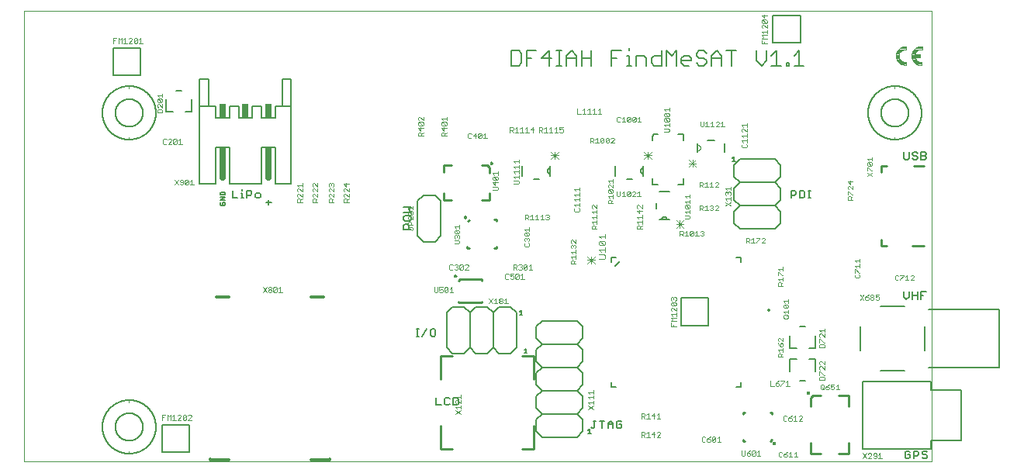
<source format=gto>
G75*
%MOIN*%
%OFA0B0*%
%FSLAX25Y25*%
%IPPOS*%
%LPD*%
%AMOC8*
5,1,8,0,0,1.08239X$1,22.5*
%
%ADD10C,0.00000*%
%ADD11C,0.00600*%
%ADD12C,0.00500*%
%ADD13C,0.00394*%
%ADD14C,0.00800*%
%ADD15C,0.00200*%
%ADD16C,0.00300*%
%ADD17C,0.01378*%
%ADD18C,0.02520*%
%ADD19R,0.02520X0.05906*%
%ADD20C,0.01000*%
%ADD21C,0.01200*%
%ADD22C,0.00787*%
%ADD23C,0.01575*%
D10*
X0022595Y0009348D02*
X0412516Y0009348D01*
X0412516Y0203167D01*
X0022595Y0203167D01*
X0022595Y0009348D01*
X0311895Y0143148D02*
X0311964Y0143150D01*
X0312032Y0143156D01*
X0312100Y0143166D01*
X0312167Y0143179D01*
X0312233Y0143197D01*
X0312298Y0143218D01*
X0312362Y0143243D01*
X0312424Y0143271D01*
X0312485Y0143303D01*
X0312544Y0143338D01*
X0312600Y0143377D01*
X0312655Y0143419D01*
X0312706Y0143464D01*
X0312756Y0143512D01*
X0312802Y0143562D01*
X0312845Y0143615D01*
X0312886Y0143671D01*
X0312923Y0143728D01*
X0312956Y0143788D01*
X0312987Y0143850D01*
X0313013Y0143913D01*
X0313036Y0143977D01*
X0313056Y0144043D01*
X0313071Y0144110D01*
X0313083Y0144177D01*
X0313091Y0144245D01*
X0313095Y0144314D01*
X0313095Y0144382D01*
X0313091Y0144451D01*
X0313083Y0144519D01*
X0313071Y0144586D01*
X0313056Y0144653D01*
X0313036Y0144719D01*
X0313013Y0144783D01*
X0312987Y0144846D01*
X0312956Y0144908D01*
X0312923Y0144968D01*
X0312886Y0145025D01*
X0312845Y0145081D01*
X0312802Y0145134D01*
X0312756Y0145184D01*
X0312706Y0145232D01*
X0312655Y0145277D01*
X0312600Y0145319D01*
X0312544Y0145358D01*
X0312485Y0145393D01*
X0312424Y0145425D01*
X0312362Y0145453D01*
X0312298Y0145478D01*
X0312233Y0145499D01*
X0312167Y0145517D01*
X0312100Y0145530D01*
X0312032Y0145540D01*
X0311964Y0145546D01*
X0311895Y0145548D01*
D11*
X0311895Y0143148D01*
X0311895Y0142648D01*
X0311895Y0145548D02*
X0311895Y0146048D01*
X0316195Y0147448D02*
X0318995Y0147448D01*
X0323295Y0146048D02*
X0323295Y0142648D01*
X0327595Y0136848D02*
X0330095Y0139348D01*
X0345095Y0139348D01*
X0347595Y0136848D01*
X0347595Y0131848D01*
X0345095Y0129348D01*
X0330095Y0129348D01*
X0327595Y0126848D01*
X0327595Y0121848D01*
X0330095Y0119348D01*
X0327595Y0116848D01*
X0327595Y0111848D01*
X0330095Y0109348D01*
X0345095Y0109348D01*
X0347595Y0111848D01*
X0347595Y0116848D01*
X0345095Y0119348D01*
X0330095Y0119348D01*
X0345095Y0119348D02*
X0347595Y0121848D01*
X0347595Y0126848D01*
X0345095Y0129348D01*
X0330095Y0129348D02*
X0327595Y0131848D01*
X0327595Y0136848D01*
X0299695Y0125348D02*
X0295495Y0125348D01*
X0294195Y0120648D02*
X0294195Y0118048D01*
X0295495Y0113348D02*
X0296395Y0113348D01*
X0298795Y0113348D01*
X0299695Y0113348D01*
X0298795Y0113348D02*
X0298793Y0113417D01*
X0298787Y0113485D01*
X0298777Y0113553D01*
X0298764Y0113620D01*
X0298746Y0113686D01*
X0298725Y0113751D01*
X0298700Y0113815D01*
X0298672Y0113877D01*
X0298640Y0113938D01*
X0298605Y0113997D01*
X0298566Y0114053D01*
X0298524Y0114108D01*
X0298479Y0114159D01*
X0298431Y0114209D01*
X0298381Y0114255D01*
X0298328Y0114298D01*
X0298272Y0114339D01*
X0298215Y0114376D01*
X0298155Y0114409D01*
X0298093Y0114440D01*
X0298030Y0114466D01*
X0297966Y0114489D01*
X0297900Y0114509D01*
X0297833Y0114524D01*
X0297766Y0114536D01*
X0297698Y0114544D01*
X0297629Y0114548D01*
X0297561Y0114548D01*
X0297492Y0114544D01*
X0297424Y0114536D01*
X0297357Y0114524D01*
X0297290Y0114509D01*
X0297224Y0114489D01*
X0297160Y0114466D01*
X0297097Y0114440D01*
X0297035Y0114409D01*
X0296975Y0114376D01*
X0296918Y0114339D01*
X0296862Y0114298D01*
X0296809Y0114255D01*
X0296759Y0114209D01*
X0296711Y0114159D01*
X0296666Y0114108D01*
X0296624Y0114053D01*
X0296585Y0113997D01*
X0296550Y0113938D01*
X0296518Y0113877D01*
X0296490Y0113815D01*
X0296465Y0113751D01*
X0296444Y0113686D01*
X0296426Y0113620D01*
X0296413Y0113553D01*
X0296403Y0113485D01*
X0296397Y0113417D01*
X0296395Y0113348D01*
X0278395Y0095648D02*
X0276295Y0093548D01*
X0274795Y0095248D02*
X0274795Y0097148D01*
X0276695Y0097148D01*
X0234095Y0073348D02*
X0234095Y0058348D01*
X0231595Y0055848D01*
X0226595Y0055848D01*
X0224095Y0058348D01*
X0224095Y0073348D01*
X0221595Y0075848D01*
X0216595Y0075848D01*
X0214095Y0073348D01*
X0211595Y0075848D01*
X0206595Y0075848D01*
X0204095Y0073348D01*
X0204095Y0058348D01*
X0206595Y0055848D01*
X0211595Y0055848D01*
X0214095Y0058348D01*
X0214095Y0073348D01*
X0224095Y0073348D02*
X0226595Y0075848D01*
X0231595Y0075848D01*
X0234095Y0073348D01*
X0242595Y0067348D02*
X0245095Y0069848D01*
X0260095Y0069848D01*
X0262595Y0067348D01*
X0262595Y0062348D01*
X0260095Y0059848D01*
X0245095Y0059848D01*
X0242595Y0062348D01*
X0242595Y0067348D01*
X0245095Y0059848D02*
X0242595Y0057348D01*
X0242595Y0052348D01*
X0245095Y0049848D01*
X0260095Y0049848D01*
X0262595Y0052348D01*
X0262595Y0057348D01*
X0260095Y0059848D01*
X0260095Y0049848D02*
X0262595Y0047348D01*
X0262595Y0042348D01*
X0260095Y0039848D01*
X0245095Y0039848D01*
X0242595Y0042348D01*
X0242595Y0047348D01*
X0245095Y0049848D01*
X0245095Y0039848D02*
X0242595Y0037348D01*
X0242595Y0032348D01*
X0245095Y0029848D01*
X0260095Y0029848D01*
X0262595Y0032348D01*
X0262595Y0037348D01*
X0260095Y0039848D01*
X0260095Y0029848D02*
X0262595Y0027348D01*
X0262595Y0022348D01*
X0260095Y0019848D01*
X0245095Y0019848D01*
X0242595Y0022348D01*
X0242595Y0027348D01*
X0245095Y0029848D01*
X0274795Y0041548D02*
X0274795Y0043448D01*
X0274795Y0041548D02*
X0276695Y0041548D01*
X0328495Y0041548D02*
X0330395Y0041548D01*
X0330395Y0043448D01*
X0381795Y0057248D02*
X0381795Y0067448D01*
X0390495Y0076148D02*
X0400695Y0076148D01*
X0411195Y0074748D02*
X0441295Y0074748D01*
X0441295Y0049948D01*
X0411195Y0049948D01*
X0400695Y0048548D02*
X0390495Y0048548D01*
X0409395Y0057248D02*
X0409395Y0067448D01*
X0330395Y0095248D02*
X0330395Y0097148D01*
X0328495Y0097148D01*
X0283895Y0130948D02*
X0281295Y0130948D01*
X0276595Y0132248D02*
X0276595Y0136448D01*
X0288595Y0136448D02*
X0288595Y0135548D01*
X0288595Y0133148D01*
X0288595Y0132248D01*
X0288595Y0133148D02*
X0288526Y0133150D01*
X0288458Y0133156D01*
X0288390Y0133166D01*
X0288323Y0133179D01*
X0288257Y0133197D01*
X0288192Y0133218D01*
X0288128Y0133243D01*
X0288066Y0133271D01*
X0288005Y0133303D01*
X0287946Y0133338D01*
X0287890Y0133377D01*
X0287835Y0133419D01*
X0287784Y0133464D01*
X0287734Y0133512D01*
X0287688Y0133562D01*
X0287645Y0133615D01*
X0287604Y0133671D01*
X0287567Y0133728D01*
X0287534Y0133788D01*
X0287503Y0133850D01*
X0287477Y0133913D01*
X0287454Y0133977D01*
X0287434Y0134043D01*
X0287419Y0134110D01*
X0287407Y0134177D01*
X0287399Y0134245D01*
X0287395Y0134314D01*
X0287395Y0134382D01*
X0287399Y0134451D01*
X0287407Y0134519D01*
X0287419Y0134586D01*
X0287434Y0134653D01*
X0287454Y0134719D01*
X0287477Y0134783D01*
X0287503Y0134846D01*
X0287534Y0134908D01*
X0287567Y0134968D01*
X0287604Y0135025D01*
X0287645Y0135081D01*
X0287688Y0135134D01*
X0287734Y0135184D01*
X0287784Y0135232D01*
X0287835Y0135277D01*
X0287890Y0135319D01*
X0287946Y0135358D01*
X0288005Y0135393D01*
X0288066Y0135425D01*
X0288128Y0135453D01*
X0288192Y0135478D01*
X0288257Y0135499D01*
X0288323Y0135517D01*
X0288390Y0135530D01*
X0288458Y0135540D01*
X0288526Y0135546D01*
X0288595Y0135548D01*
X0248595Y0135548D02*
X0248595Y0133148D01*
X0248595Y0132248D01*
X0248595Y0133148D02*
X0248526Y0133150D01*
X0248458Y0133156D01*
X0248390Y0133166D01*
X0248323Y0133179D01*
X0248257Y0133197D01*
X0248192Y0133218D01*
X0248128Y0133243D01*
X0248066Y0133271D01*
X0248005Y0133303D01*
X0247946Y0133338D01*
X0247890Y0133377D01*
X0247835Y0133419D01*
X0247784Y0133464D01*
X0247734Y0133512D01*
X0247688Y0133562D01*
X0247645Y0133615D01*
X0247604Y0133671D01*
X0247567Y0133728D01*
X0247534Y0133788D01*
X0247503Y0133850D01*
X0247477Y0133913D01*
X0247454Y0133977D01*
X0247434Y0134043D01*
X0247419Y0134110D01*
X0247407Y0134177D01*
X0247399Y0134245D01*
X0247395Y0134314D01*
X0247395Y0134382D01*
X0247399Y0134451D01*
X0247407Y0134519D01*
X0247419Y0134586D01*
X0247434Y0134653D01*
X0247454Y0134719D01*
X0247477Y0134783D01*
X0247503Y0134846D01*
X0247534Y0134908D01*
X0247567Y0134968D01*
X0247604Y0135025D01*
X0247645Y0135081D01*
X0247688Y0135134D01*
X0247734Y0135184D01*
X0247784Y0135232D01*
X0247835Y0135277D01*
X0247890Y0135319D01*
X0247946Y0135358D01*
X0248005Y0135393D01*
X0248066Y0135425D01*
X0248128Y0135453D01*
X0248192Y0135478D01*
X0248257Y0135499D01*
X0248323Y0135517D01*
X0248390Y0135530D01*
X0248458Y0135540D01*
X0248526Y0135546D01*
X0248595Y0135548D01*
X0248595Y0136448D01*
X0243895Y0130948D02*
X0241295Y0130948D01*
X0236595Y0132248D02*
X0236595Y0136448D01*
X0201595Y0121348D02*
X0201595Y0106348D01*
X0199095Y0103848D01*
X0194095Y0103848D01*
X0191595Y0106348D01*
X0191595Y0121348D01*
X0194095Y0123848D01*
X0199095Y0123848D01*
X0201595Y0121348D01*
X0137280Y0128679D02*
X0130390Y0128679D01*
X0130390Y0144427D01*
X0124485Y0144427D01*
X0124485Y0128679D01*
X0110705Y0128679D01*
X0110705Y0144427D01*
X0104800Y0144427D01*
X0104800Y0128679D01*
X0097910Y0128679D01*
X0097910Y0162143D01*
X0104800Y0162143D01*
X0104800Y0157222D01*
X0110705Y0157222D01*
X0110705Y0162143D01*
X0114642Y0162143D01*
X0114642Y0157222D01*
X0120548Y0157222D01*
X0120548Y0162143D01*
X0124485Y0162143D01*
X0124485Y0157222D01*
X0130390Y0157222D01*
X0130390Y0162143D01*
X0137280Y0162143D01*
X0137280Y0128679D01*
X0137280Y0162143D02*
X0137280Y0173954D01*
X0133343Y0173954D01*
X0133343Y0162143D01*
X0101847Y0162143D02*
X0101847Y0173954D01*
X0097910Y0173954D01*
X0097910Y0162143D01*
X0056095Y0159348D02*
X0056098Y0159630D01*
X0056109Y0159912D01*
X0056126Y0160194D01*
X0056150Y0160475D01*
X0056181Y0160756D01*
X0056219Y0161035D01*
X0056264Y0161314D01*
X0056316Y0161592D01*
X0056374Y0161868D01*
X0056440Y0162142D01*
X0056512Y0162415D01*
X0056590Y0162686D01*
X0056675Y0162955D01*
X0056767Y0163222D01*
X0056866Y0163487D01*
X0056970Y0163749D01*
X0057082Y0164008D01*
X0057199Y0164265D01*
X0057323Y0164519D01*
X0057453Y0164769D01*
X0057589Y0165016D01*
X0057731Y0165260D01*
X0057879Y0165500D01*
X0058033Y0165737D01*
X0058193Y0165970D01*
X0058358Y0166199D01*
X0058529Y0166423D01*
X0058705Y0166644D01*
X0058887Y0166859D01*
X0059074Y0167071D01*
X0059266Y0167278D01*
X0059463Y0167480D01*
X0059665Y0167677D01*
X0059872Y0167869D01*
X0060084Y0168056D01*
X0060299Y0168238D01*
X0060520Y0168414D01*
X0060744Y0168585D01*
X0060973Y0168750D01*
X0061206Y0168910D01*
X0061443Y0169064D01*
X0061683Y0169212D01*
X0061927Y0169354D01*
X0062174Y0169490D01*
X0062424Y0169620D01*
X0062678Y0169744D01*
X0062935Y0169861D01*
X0063194Y0169973D01*
X0063456Y0170077D01*
X0063721Y0170176D01*
X0063988Y0170268D01*
X0064257Y0170353D01*
X0064528Y0170431D01*
X0064801Y0170503D01*
X0065075Y0170569D01*
X0065351Y0170627D01*
X0065629Y0170679D01*
X0065908Y0170724D01*
X0066187Y0170762D01*
X0066468Y0170793D01*
X0066749Y0170817D01*
X0067031Y0170834D01*
X0067313Y0170845D01*
X0067595Y0170848D01*
X0067877Y0170845D01*
X0068159Y0170834D01*
X0068441Y0170817D01*
X0068722Y0170793D01*
X0069003Y0170762D01*
X0069282Y0170724D01*
X0069561Y0170679D01*
X0069839Y0170627D01*
X0070115Y0170569D01*
X0070389Y0170503D01*
X0070662Y0170431D01*
X0070933Y0170353D01*
X0071202Y0170268D01*
X0071469Y0170176D01*
X0071734Y0170077D01*
X0071996Y0169973D01*
X0072255Y0169861D01*
X0072512Y0169744D01*
X0072766Y0169620D01*
X0073016Y0169490D01*
X0073263Y0169354D01*
X0073507Y0169212D01*
X0073747Y0169064D01*
X0073984Y0168910D01*
X0074217Y0168750D01*
X0074446Y0168585D01*
X0074670Y0168414D01*
X0074891Y0168238D01*
X0075106Y0168056D01*
X0075318Y0167869D01*
X0075525Y0167677D01*
X0075727Y0167480D01*
X0075924Y0167278D01*
X0076116Y0167071D01*
X0076303Y0166859D01*
X0076485Y0166644D01*
X0076661Y0166423D01*
X0076832Y0166199D01*
X0076997Y0165970D01*
X0077157Y0165737D01*
X0077311Y0165500D01*
X0077459Y0165260D01*
X0077601Y0165016D01*
X0077737Y0164769D01*
X0077867Y0164519D01*
X0077991Y0164265D01*
X0078108Y0164008D01*
X0078220Y0163749D01*
X0078324Y0163487D01*
X0078423Y0163222D01*
X0078515Y0162955D01*
X0078600Y0162686D01*
X0078678Y0162415D01*
X0078750Y0162142D01*
X0078816Y0161868D01*
X0078874Y0161592D01*
X0078926Y0161314D01*
X0078971Y0161035D01*
X0079009Y0160756D01*
X0079040Y0160475D01*
X0079064Y0160194D01*
X0079081Y0159912D01*
X0079092Y0159630D01*
X0079095Y0159348D01*
X0079092Y0159066D01*
X0079081Y0158784D01*
X0079064Y0158502D01*
X0079040Y0158221D01*
X0079009Y0157940D01*
X0078971Y0157661D01*
X0078926Y0157382D01*
X0078874Y0157104D01*
X0078816Y0156828D01*
X0078750Y0156554D01*
X0078678Y0156281D01*
X0078600Y0156010D01*
X0078515Y0155741D01*
X0078423Y0155474D01*
X0078324Y0155209D01*
X0078220Y0154947D01*
X0078108Y0154688D01*
X0077991Y0154431D01*
X0077867Y0154177D01*
X0077737Y0153927D01*
X0077601Y0153680D01*
X0077459Y0153436D01*
X0077311Y0153196D01*
X0077157Y0152959D01*
X0076997Y0152726D01*
X0076832Y0152497D01*
X0076661Y0152273D01*
X0076485Y0152052D01*
X0076303Y0151837D01*
X0076116Y0151625D01*
X0075924Y0151418D01*
X0075727Y0151216D01*
X0075525Y0151019D01*
X0075318Y0150827D01*
X0075106Y0150640D01*
X0074891Y0150458D01*
X0074670Y0150282D01*
X0074446Y0150111D01*
X0074217Y0149946D01*
X0073984Y0149786D01*
X0073747Y0149632D01*
X0073507Y0149484D01*
X0073263Y0149342D01*
X0073016Y0149206D01*
X0072766Y0149076D01*
X0072512Y0148952D01*
X0072255Y0148835D01*
X0071996Y0148723D01*
X0071734Y0148619D01*
X0071469Y0148520D01*
X0071202Y0148428D01*
X0070933Y0148343D01*
X0070662Y0148265D01*
X0070389Y0148193D01*
X0070115Y0148127D01*
X0069839Y0148069D01*
X0069561Y0148017D01*
X0069282Y0147972D01*
X0069003Y0147934D01*
X0068722Y0147903D01*
X0068441Y0147879D01*
X0068159Y0147862D01*
X0067877Y0147851D01*
X0067595Y0147848D01*
X0067313Y0147851D01*
X0067031Y0147862D01*
X0066749Y0147879D01*
X0066468Y0147903D01*
X0066187Y0147934D01*
X0065908Y0147972D01*
X0065629Y0148017D01*
X0065351Y0148069D01*
X0065075Y0148127D01*
X0064801Y0148193D01*
X0064528Y0148265D01*
X0064257Y0148343D01*
X0063988Y0148428D01*
X0063721Y0148520D01*
X0063456Y0148619D01*
X0063194Y0148723D01*
X0062935Y0148835D01*
X0062678Y0148952D01*
X0062424Y0149076D01*
X0062174Y0149206D01*
X0061927Y0149342D01*
X0061683Y0149484D01*
X0061443Y0149632D01*
X0061206Y0149786D01*
X0060973Y0149946D01*
X0060744Y0150111D01*
X0060520Y0150282D01*
X0060299Y0150458D01*
X0060084Y0150640D01*
X0059872Y0150827D01*
X0059665Y0151019D01*
X0059463Y0151216D01*
X0059266Y0151418D01*
X0059074Y0151625D01*
X0058887Y0151837D01*
X0058705Y0152052D01*
X0058529Y0152273D01*
X0058358Y0152497D01*
X0058193Y0152726D01*
X0058033Y0152959D01*
X0057879Y0153196D01*
X0057731Y0153436D01*
X0057589Y0153680D01*
X0057453Y0153927D01*
X0057323Y0154177D01*
X0057199Y0154431D01*
X0057082Y0154688D01*
X0056970Y0154947D01*
X0056866Y0155209D01*
X0056767Y0155474D01*
X0056675Y0155741D01*
X0056590Y0156010D01*
X0056512Y0156281D01*
X0056440Y0156554D01*
X0056374Y0156828D01*
X0056316Y0157104D01*
X0056264Y0157382D01*
X0056219Y0157661D01*
X0056181Y0157940D01*
X0056150Y0158221D01*
X0056126Y0158502D01*
X0056109Y0158784D01*
X0056098Y0159066D01*
X0056095Y0159348D01*
X0231895Y0179648D02*
X0235098Y0179648D01*
X0236165Y0180716D01*
X0236165Y0184986D01*
X0235098Y0186053D01*
X0231895Y0186053D01*
X0231895Y0179648D01*
X0238341Y0179648D02*
X0238341Y0186053D01*
X0242611Y0186053D01*
X0240476Y0182851D02*
X0238341Y0182851D01*
X0244786Y0182851D02*
X0249056Y0182851D01*
X0247989Y0186053D02*
X0247989Y0179648D01*
X0251232Y0179648D02*
X0253367Y0179648D01*
X0252299Y0179648D02*
X0252299Y0186053D01*
X0251232Y0186053D02*
X0253367Y0186053D01*
X0255529Y0183918D02*
X0257664Y0186053D01*
X0259799Y0183918D01*
X0259799Y0179648D01*
X0261974Y0179648D02*
X0261974Y0186053D01*
X0261974Y0182851D02*
X0266244Y0182851D01*
X0266244Y0186053D02*
X0266244Y0179648D01*
X0259799Y0182851D02*
X0255529Y0182851D01*
X0255529Y0183918D02*
X0255529Y0179648D01*
X0247989Y0186053D02*
X0244786Y0182851D01*
X0274865Y0182851D02*
X0277000Y0182851D01*
X0274865Y0186053D02*
X0274865Y0179648D01*
X0281311Y0179648D02*
X0283446Y0179648D01*
X0282378Y0179648D02*
X0282378Y0183918D01*
X0281311Y0183918D01*
X0282378Y0186053D02*
X0282378Y0187121D01*
X0279135Y0186053D02*
X0274865Y0186053D01*
X0285608Y0183918D02*
X0285608Y0179648D01*
X0289878Y0179648D02*
X0289878Y0182851D01*
X0288810Y0183918D01*
X0285608Y0183918D01*
X0292053Y0182851D02*
X0293121Y0183918D01*
X0296323Y0183918D01*
X0296323Y0186053D02*
X0296323Y0179648D01*
X0293121Y0179648D01*
X0292053Y0180716D01*
X0292053Y0182851D01*
X0298499Y0179648D02*
X0298499Y0186053D01*
X0300634Y0183918D01*
X0302769Y0186053D01*
X0302769Y0179648D01*
X0304944Y0180716D02*
X0304944Y0182851D01*
X0306012Y0183918D01*
X0308147Y0183918D01*
X0309214Y0182851D01*
X0309214Y0181783D01*
X0304944Y0181783D01*
X0304944Y0180716D02*
X0306012Y0179648D01*
X0308147Y0179648D01*
X0311390Y0180716D02*
X0312457Y0179648D01*
X0314592Y0179648D01*
X0315660Y0180716D01*
X0315660Y0181783D01*
X0314592Y0182851D01*
X0312457Y0182851D01*
X0311390Y0183918D01*
X0311390Y0184986D01*
X0312457Y0186053D01*
X0314592Y0186053D01*
X0315660Y0184986D01*
X0317835Y0183918D02*
X0319970Y0186053D01*
X0322105Y0183918D01*
X0322105Y0179648D01*
X0322105Y0182851D02*
X0317835Y0182851D01*
X0317835Y0183918D02*
X0317835Y0179648D01*
X0326416Y0179648D02*
X0326416Y0186053D01*
X0324281Y0186053D02*
X0328551Y0186053D01*
X0337172Y0186053D02*
X0337172Y0181783D01*
X0339307Y0179648D01*
X0341442Y0181783D01*
X0341442Y0186053D01*
X0343617Y0183918D02*
X0345752Y0186053D01*
X0345752Y0179648D01*
X0343617Y0179648D02*
X0347887Y0179648D01*
X0350063Y0179648D02*
X0351130Y0179648D01*
X0351130Y0180716D01*
X0350063Y0180716D01*
X0350063Y0179648D01*
X0353285Y0179648D02*
X0357556Y0179648D01*
X0355420Y0179648D02*
X0355420Y0186053D01*
X0353285Y0183918D01*
X0385095Y0159348D02*
X0385098Y0159630D01*
X0385109Y0159912D01*
X0385126Y0160194D01*
X0385150Y0160475D01*
X0385181Y0160756D01*
X0385219Y0161035D01*
X0385264Y0161314D01*
X0385316Y0161592D01*
X0385374Y0161868D01*
X0385440Y0162142D01*
X0385512Y0162415D01*
X0385590Y0162686D01*
X0385675Y0162955D01*
X0385767Y0163222D01*
X0385866Y0163487D01*
X0385970Y0163749D01*
X0386082Y0164008D01*
X0386199Y0164265D01*
X0386323Y0164519D01*
X0386453Y0164769D01*
X0386589Y0165016D01*
X0386731Y0165260D01*
X0386879Y0165500D01*
X0387033Y0165737D01*
X0387193Y0165970D01*
X0387358Y0166199D01*
X0387529Y0166423D01*
X0387705Y0166644D01*
X0387887Y0166859D01*
X0388074Y0167071D01*
X0388266Y0167278D01*
X0388463Y0167480D01*
X0388665Y0167677D01*
X0388872Y0167869D01*
X0389084Y0168056D01*
X0389299Y0168238D01*
X0389520Y0168414D01*
X0389744Y0168585D01*
X0389973Y0168750D01*
X0390206Y0168910D01*
X0390443Y0169064D01*
X0390683Y0169212D01*
X0390927Y0169354D01*
X0391174Y0169490D01*
X0391424Y0169620D01*
X0391678Y0169744D01*
X0391935Y0169861D01*
X0392194Y0169973D01*
X0392456Y0170077D01*
X0392721Y0170176D01*
X0392988Y0170268D01*
X0393257Y0170353D01*
X0393528Y0170431D01*
X0393801Y0170503D01*
X0394075Y0170569D01*
X0394351Y0170627D01*
X0394629Y0170679D01*
X0394908Y0170724D01*
X0395187Y0170762D01*
X0395468Y0170793D01*
X0395749Y0170817D01*
X0396031Y0170834D01*
X0396313Y0170845D01*
X0396595Y0170848D01*
X0396877Y0170845D01*
X0397159Y0170834D01*
X0397441Y0170817D01*
X0397722Y0170793D01*
X0398003Y0170762D01*
X0398282Y0170724D01*
X0398561Y0170679D01*
X0398839Y0170627D01*
X0399115Y0170569D01*
X0399389Y0170503D01*
X0399662Y0170431D01*
X0399933Y0170353D01*
X0400202Y0170268D01*
X0400469Y0170176D01*
X0400734Y0170077D01*
X0400996Y0169973D01*
X0401255Y0169861D01*
X0401512Y0169744D01*
X0401766Y0169620D01*
X0402016Y0169490D01*
X0402263Y0169354D01*
X0402507Y0169212D01*
X0402747Y0169064D01*
X0402984Y0168910D01*
X0403217Y0168750D01*
X0403446Y0168585D01*
X0403670Y0168414D01*
X0403891Y0168238D01*
X0404106Y0168056D01*
X0404318Y0167869D01*
X0404525Y0167677D01*
X0404727Y0167480D01*
X0404924Y0167278D01*
X0405116Y0167071D01*
X0405303Y0166859D01*
X0405485Y0166644D01*
X0405661Y0166423D01*
X0405832Y0166199D01*
X0405997Y0165970D01*
X0406157Y0165737D01*
X0406311Y0165500D01*
X0406459Y0165260D01*
X0406601Y0165016D01*
X0406737Y0164769D01*
X0406867Y0164519D01*
X0406991Y0164265D01*
X0407108Y0164008D01*
X0407220Y0163749D01*
X0407324Y0163487D01*
X0407423Y0163222D01*
X0407515Y0162955D01*
X0407600Y0162686D01*
X0407678Y0162415D01*
X0407750Y0162142D01*
X0407816Y0161868D01*
X0407874Y0161592D01*
X0407926Y0161314D01*
X0407971Y0161035D01*
X0408009Y0160756D01*
X0408040Y0160475D01*
X0408064Y0160194D01*
X0408081Y0159912D01*
X0408092Y0159630D01*
X0408095Y0159348D01*
X0408092Y0159066D01*
X0408081Y0158784D01*
X0408064Y0158502D01*
X0408040Y0158221D01*
X0408009Y0157940D01*
X0407971Y0157661D01*
X0407926Y0157382D01*
X0407874Y0157104D01*
X0407816Y0156828D01*
X0407750Y0156554D01*
X0407678Y0156281D01*
X0407600Y0156010D01*
X0407515Y0155741D01*
X0407423Y0155474D01*
X0407324Y0155209D01*
X0407220Y0154947D01*
X0407108Y0154688D01*
X0406991Y0154431D01*
X0406867Y0154177D01*
X0406737Y0153927D01*
X0406601Y0153680D01*
X0406459Y0153436D01*
X0406311Y0153196D01*
X0406157Y0152959D01*
X0405997Y0152726D01*
X0405832Y0152497D01*
X0405661Y0152273D01*
X0405485Y0152052D01*
X0405303Y0151837D01*
X0405116Y0151625D01*
X0404924Y0151418D01*
X0404727Y0151216D01*
X0404525Y0151019D01*
X0404318Y0150827D01*
X0404106Y0150640D01*
X0403891Y0150458D01*
X0403670Y0150282D01*
X0403446Y0150111D01*
X0403217Y0149946D01*
X0402984Y0149786D01*
X0402747Y0149632D01*
X0402507Y0149484D01*
X0402263Y0149342D01*
X0402016Y0149206D01*
X0401766Y0149076D01*
X0401512Y0148952D01*
X0401255Y0148835D01*
X0400996Y0148723D01*
X0400734Y0148619D01*
X0400469Y0148520D01*
X0400202Y0148428D01*
X0399933Y0148343D01*
X0399662Y0148265D01*
X0399389Y0148193D01*
X0399115Y0148127D01*
X0398839Y0148069D01*
X0398561Y0148017D01*
X0398282Y0147972D01*
X0398003Y0147934D01*
X0397722Y0147903D01*
X0397441Y0147879D01*
X0397159Y0147862D01*
X0396877Y0147851D01*
X0396595Y0147848D01*
X0396313Y0147851D01*
X0396031Y0147862D01*
X0395749Y0147879D01*
X0395468Y0147903D01*
X0395187Y0147934D01*
X0394908Y0147972D01*
X0394629Y0148017D01*
X0394351Y0148069D01*
X0394075Y0148127D01*
X0393801Y0148193D01*
X0393528Y0148265D01*
X0393257Y0148343D01*
X0392988Y0148428D01*
X0392721Y0148520D01*
X0392456Y0148619D01*
X0392194Y0148723D01*
X0391935Y0148835D01*
X0391678Y0148952D01*
X0391424Y0149076D01*
X0391174Y0149206D01*
X0390927Y0149342D01*
X0390683Y0149484D01*
X0390443Y0149632D01*
X0390206Y0149786D01*
X0389973Y0149946D01*
X0389744Y0150111D01*
X0389520Y0150282D01*
X0389299Y0150458D01*
X0389084Y0150640D01*
X0388872Y0150827D01*
X0388665Y0151019D01*
X0388463Y0151216D01*
X0388266Y0151418D01*
X0388074Y0151625D01*
X0387887Y0151837D01*
X0387705Y0152052D01*
X0387529Y0152273D01*
X0387358Y0152497D01*
X0387193Y0152726D01*
X0387033Y0152959D01*
X0386879Y0153196D01*
X0386731Y0153436D01*
X0386589Y0153680D01*
X0386453Y0153927D01*
X0386323Y0154177D01*
X0386199Y0154431D01*
X0386082Y0154688D01*
X0385970Y0154947D01*
X0385866Y0155209D01*
X0385767Y0155474D01*
X0385675Y0155741D01*
X0385590Y0156010D01*
X0385512Y0156281D01*
X0385440Y0156554D01*
X0385374Y0156828D01*
X0385316Y0157104D01*
X0385264Y0157382D01*
X0385219Y0157661D01*
X0385181Y0157940D01*
X0385150Y0158221D01*
X0385126Y0158502D01*
X0385109Y0158784D01*
X0385098Y0159066D01*
X0385095Y0159348D01*
X0224095Y0058348D02*
X0221595Y0055848D01*
X0216595Y0055848D01*
X0214095Y0058348D01*
X0056095Y0024348D02*
X0056098Y0024630D01*
X0056109Y0024912D01*
X0056126Y0025194D01*
X0056150Y0025475D01*
X0056181Y0025756D01*
X0056219Y0026035D01*
X0056264Y0026314D01*
X0056316Y0026592D01*
X0056374Y0026868D01*
X0056440Y0027142D01*
X0056512Y0027415D01*
X0056590Y0027686D01*
X0056675Y0027955D01*
X0056767Y0028222D01*
X0056866Y0028487D01*
X0056970Y0028749D01*
X0057082Y0029008D01*
X0057199Y0029265D01*
X0057323Y0029519D01*
X0057453Y0029769D01*
X0057589Y0030016D01*
X0057731Y0030260D01*
X0057879Y0030500D01*
X0058033Y0030737D01*
X0058193Y0030970D01*
X0058358Y0031199D01*
X0058529Y0031423D01*
X0058705Y0031644D01*
X0058887Y0031859D01*
X0059074Y0032071D01*
X0059266Y0032278D01*
X0059463Y0032480D01*
X0059665Y0032677D01*
X0059872Y0032869D01*
X0060084Y0033056D01*
X0060299Y0033238D01*
X0060520Y0033414D01*
X0060744Y0033585D01*
X0060973Y0033750D01*
X0061206Y0033910D01*
X0061443Y0034064D01*
X0061683Y0034212D01*
X0061927Y0034354D01*
X0062174Y0034490D01*
X0062424Y0034620D01*
X0062678Y0034744D01*
X0062935Y0034861D01*
X0063194Y0034973D01*
X0063456Y0035077D01*
X0063721Y0035176D01*
X0063988Y0035268D01*
X0064257Y0035353D01*
X0064528Y0035431D01*
X0064801Y0035503D01*
X0065075Y0035569D01*
X0065351Y0035627D01*
X0065629Y0035679D01*
X0065908Y0035724D01*
X0066187Y0035762D01*
X0066468Y0035793D01*
X0066749Y0035817D01*
X0067031Y0035834D01*
X0067313Y0035845D01*
X0067595Y0035848D01*
X0067877Y0035845D01*
X0068159Y0035834D01*
X0068441Y0035817D01*
X0068722Y0035793D01*
X0069003Y0035762D01*
X0069282Y0035724D01*
X0069561Y0035679D01*
X0069839Y0035627D01*
X0070115Y0035569D01*
X0070389Y0035503D01*
X0070662Y0035431D01*
X0070933Y0035353D01*
X0071202Y0035268D01*
X0071469Y0035176D01*
X0071734Y0035077D01*
X0071996Y0034973D01*
X0072255Y0034861D01*
X0072512Y0034744D01*
X0072766Y0034620D01*
X0073016Y0034490D01*
X0073263Y0034354D01*
X0073507Y0034212D01*
X0073747Y0034064D01*
X0073984Y0033910D01*
X0074217Y0033750D01*
X0074446Y0033585D01*
X0074670Y0033414D01*
X0074891Y0033238D01*
X0075106Y0033056D01*
X0075318Y0032869D01*
X0075525Y0032677D01*
X0075727Y0032480D01*
X0075924Y0032278D01*
X0076116Y0032071D01*
X0076303Y0031859D01*
X0076485Y0031644D01*
X0076661Y0031423D01*
X0076832Y0031199D01*
X0076997Y0030970D01*
X0077157Y0030737D01*
X0077311Y0030500D01*
X0077459Y0030260D01*
X0077601Y0030016D01*
X0077737Y0029769D01*
X0077867Y0029519D01*
X0077991Y0029265D01*
X0078108Y0029008D01*
X0078220Y0028749D01*
X0078324Y0028487D01*
X0078423Y0028222D01*
X0078515Y0027955D01*
X0078600Y0027686D01*
X0078678Y0027415D01*
X0078750Y0027142D01*
X0078816Y0026868D01*
X0078874Y0026592D01*
X0078926Y0026314D01*
X0078971Y0026035D01*
X0079009Y0025756D01*
X0079040Y0025475D01*
X0079064Y0025194D01*
X0079081Y0024912D01*
X0079092Y0024630D01*
X0079095Y0024348D01*
X0079092Y0024066D01*
X0079081Y0023784D01*
X0079064Y0023502D01*
X0079040Y0023221D01*
X0079009Y0022940D01*
X0078971Y0022661D01*
X0078926Y0022382D01*
X0078874Y0022104D01*
X0078816Y0021828D01*
X0078750Y0021554D01*
X0078678Y0021281D01*
X0078600Y0021010D01*
X0078515Y0020741D01*
X0078423Y0020474D01*
X0078324Y0020209D01*
X0078220Y0019947D01*
X0078108Y0019688D01*
X0077991Y0019431D01*
X0077867Y0019177D01*
X0077737Y0018927D01*
X0077601Y0018680D01*
X0077459Y0018436D01*
X0077311Y0018196D01*
X0077157Y0017959D01*
X0076997Y0017726D01*
X0076832Y0017497D01*
X0076661Y0017273D01*
X0076485Y0017052D01*
X0076303Y0016837D01*
X0076116Y0016625D01*
X0075924Y0016418D01*
X0075727Y0016216D01*
X0075525Y0016019D01*
X0075318Y0015827D01*
X0075106Y0015640D01*
X0074891Y0015458D01*
X0074670Y0015282D01*
X0074446Y0015111D01*
X0074217Y0014946D01*
X0073984Y0014786D01*
X0073747Y0014632D01*
X0073507Y0014484D01*
X0073263Y0014342D01*
X0073016Y0014206D01*
X0072766Y0014076D01*
X0072512Y0013952D01*
X0072255Y0013835D01*
X0071996Y0013723D01*
X0071734Y0013619D01*
X0071469Y0013520D01*
X0071202Y0013428D01*
X0070933Y0013343D01*
X0070662Y0013265D01*
X0070389Y0013193D01*
X0070115Y0013127D01*
X0069839Y0013069D01*
X0069561Y0013017D01*
X0069282Y0012972D01*
X0069003Y0012934D01*
X0068722Y0012903D01*
X0068441Y0012879D01*
X0068159Y0012862D01*
X0067877Y0012851D01*
X0067595Y0012848D01*
X0067313Y0012851D01*
X0067031Y0012862D01*
X0066749Y0012879D01*
X0066468Y0012903D01*
X0066187Y0012934D01*
X0065908Y0012972D01*
X0065629Y0013017D01*
X0065351Y0013069D01*
X0065075Y0013127D01*
X0064801Y0013193D01*
X0064528Y0013265D01*
X0064257Y0013343D01*
X0063988Y0013428D01*
X0063721Y0013520D01*
X0063456Y0013619D01*
X0063194Y0013723D01*
X0062935Y0013835D01*
X0062678Y0013952D01*
X0062424Y0014076D01*
X0062174Y0014206D01*
X0061927Y0014342D01*
X0061683Y0014484D01*
X0061443Y0014632D01*
X0061206Y0014786D01*
X0060973Y0014946D01*
X0060744Y0015111D01*
X0060520Y0015282D01*
X0060299Y0015458D01*
X0060084Y0015640D01*
X0059872Y0015827D01*
X0059665Y0016019D01*
X0059463Y0016216D01*
X0059266Y0016418D01*
X0059074Y0016625D01*
X0058887Y0016837D01*
X0058705Y0017052D01*
X0058529Y0017273D01*
X0058358Y0017497D01*
X0058193Y0017726D01*
X0058033Y0017959D01*
X0057879Y0018196D01*
X0057731Y0018436D01*
X0057589Y0018680D01*
X0057453Y0018927D01*
X0057323Y0019177D01*
X0057199Y0019431D01*
X0057082Y0019688D01*
X0056970Y0019947D01*
X0056866Y0020209D01*
X0056767Y0020474D01*
X0056675Y0020741D01*
X0056590Y0021010D01*
X0056512Y0021281D01*
X0056440Y0021554D01*
X0056374Y0021828D01*
X0056316Y0022104D01*
X0056264Y0022382D01*
X0056219Y0022661D01*
X0056181Y0022940D01*
X0056150Y0023221D01*
X0056126Y0023502D01*
X0056109Y0023784D01*
X0056098Y0024066D01*
X0056095Y0024348D01*
D12*
X0081690Y0025254D02*
X0081690Y0013443D01*
X0093501Y0013443D01*
X0093501Y0025254D01*
X0081690Y0025254D01*
X0237345Y0056098D02*
X0238613Y0056098D01*
X0237979Y0056098D02*
X0237979Y0058000D01*
X0237345Y0057366D01*
X0236613Y0072598D02*
X0235345Y0072598D01*
X0235979Y0072598D02*
X0235979Y0074500D01*
X0235345Y0073866D01*
X0304690Y0079754D02*
X0304690Y0067943D01*
X0316501Y0067943D01*
X0316501Y0079754D01*
X0304690Y0079754D01*
X0382949Y0043994D02*
X0412241Y0043994D01*
X0412241Y0040175D01*
X0425154Y0040175D01*
X0425154Y0018521D01*
X0412241Y0018521D01*
X0412241Y0014702D01*
X0382949Y0014702D01*
X0382949Y0043994D01*
X0266113Y0021598D02*
X0264845Y0021598D01*
X0265479Y0021598D02*
X0265479Y0023500D01*
X0264845Y0022866D01*
X0108845Y0119915D02*
X0108845Y0120549D01*
X0108528Y0120866D01*
X0107894Y0120866D01*
X0107894Y0120232D01*
X0107260Y0120866D02*
X0106944Y0120549D01*
X0106944Y0119915D01*
X0107260Y0119598D01*
X0108528Y0119598D01*
X0108845Y0119915D01*
X0108845Y0121808D02*
X0106944Y0121808D01*
X0108845Y0123076D01*
X0106944Y0123076D01*
X0106944Y0124018D02*
X0106944Y0124969D01*
X0107260Y0125286D01*
X0108528Y0125286D01*
X0108845Y0124969D01*
X0108845Y0124018D01*
X0106944Y0124018D01*
X0072501Y0175443D02*
X0060690Y0175443D01*
X0060690Y0187254D01*
X0072501Y0187254D01*
X0072501Y0175443D01*
X0326845Y0139866D02*
X0327479Y0140500D01*
X0327479Y0138598D01*
X0326845Y0138598D02*
X0328113Y0138598D01*
X0344190Y0189443D02*
X0344190Y0201254D01*
X0356001Y0201254D01*
X0356001Y0189443D01*
X0344190Y0189443D01*
D13*
X0397127Y0184605D02*
X0397057Y0183863D01*
X0397127Y0183121D01*
X0397333Y0182406D01*
X0397669Y0181741D01*
X0398123Y0181150D01*
X0398678Y0180655D01*
X0399317Y0180271D01*
X0400015Y0180012D01*
X0400749Y0179888D01*
X0401494Y0179903D01*
X0401494Y0181143D01*
X0400905Y0181119D01*
X0400324Y0181221D01*
X0399778Y0181445D01*
X0399292Y0181780D01*
X0398889Y0182210D01*
X0398587Y0182717D01*
X0398401Y0183277D01*
X0398337Y0183863D01*
X0398401Y0184449D01*
X0398587Y0185009D01*
X0398889Y0185516D01*
X0399292Y0185946D01*
X0399778Y0186281D01*
X0400324Y0186505D01*
X0400905Y0186607D01*
X0401494Y0186583D01*
X0401494Y0187823D01*
X0400749Y0187838D01*
X0400015Y0187714D01*
X0399317Y0187455D01*
X0398678Y0187071D01*
X0398123Y0186576D01*
X0397669Y0185985D01*
X0397333Y0185320D01*
X0397127Y0184605D01*
X0397145Y0184667D02*
X0398473Y0184667D01*
X0398382Y0184275D02*
X0397096Y0184275D01*
X0397059Y0183882D02*
X0398339Y0183882D01*
X0398378Y0183490D02*
X0397092Y0183490D01*
X0397134Y0183098D02*
X0398460Y0183098D01*
X0398594Y0182706D02*
X0397247Y0182706D01*
X0397380Y0182314D02*
X0398828Y0182314D01*
X0399160Y0181921D02*
X0397578Y0181921D01*
X0397832Y0181529D02*
X0399655Y0181529D01*
X0400802Y0181137D02*
X0398138Y0181137D01*
X0398577Y0180745D02*
X0401494Y0180745D01*
X0401494Y0181137D02*
X0401346Y0181137D01*
X0401494Y0180353D02*
X0399180Y0180353D01*
X0400322Y0179960D02*
X0401494Y0179960D01*
X0404409Y0181758D02*
X0404861Y0181157D01*
X0405417Y0180651D01*
X0406058Y0180256D01*
X0406761Y0179988D01*
X0407502Y0179856D01*
X0408254Y0179863D01*
X0408254Y0181063D01*
X0407666Y0181067D01*
X0407091Y0181188D01*
X0406551Y0181420D01*
X0406068Y0181755D01*
X0405660Y0182178D01*
X0405345Y0182674D01*
X0405134Y0183223D01*
X0407454Y0183223D01*
X0407454Y0184463D01*
X0405214Y0184463D01*
X0405365Y0184960D01*
X0405611Y0185418D01*
X0405941Y0185820D01*
X0406343Y0186149D01*
X0406802Y0186394D01*
X0407299Y0186544D01*
X0407817Y0186594D01*
X0408334Y0186543D01*
X0408334Y0187863D01*
X0407582Y0187885D01*
X0406839Y0187768D01*
X0406131Y0187514D01*
X0405482Y0187132D01*
X0404916Y0186637D01*
X0404452Y0186045D01*
X0404106Y0185377D01*
X0403890Y0184656D01*
X0403812Y0183908D01*
X0403875Y0183158D01*
X0404076Y0182433D01*
X0404409Y0181758D01*
X0404329Y0181921D02*
X0405907Y0181921D01*
X0405574Y0182314D02*
X0404135Y0182314D01*
X0404001Y0182706D02*
X0405333Y0182706D01*
X0405182Y0183098D02*
X0403892Y0183098D01*
X0403847Y0183490D02*
X0407454Y0183490D01*
X0407454Y0183882D02*
X0403815Y0183882D01*
X0403851Y0184275D02*
X0407454Y0184275D01*
X0405970Y0185843D02*
X0404347Y0185843D01*
X0404144Y0185451D02*
X0405638Y0185451D01*
X0405418Y0185059D02*
X0404011Y0185059D01*
X0403893Y0184667D02*
X0405276Y0184667D01*
X0404601Y0186236D02*
X0406506Y0186236D01*
X0405959Y0187412D02*
X0408334Y0187412D01*
X0408334Y0187020D02*
X0405354Y0187020D01*
X0404909Y0186628D02*
X0408334Y0186628D01*
X0408334Y0187805D02*
X0407072Y0187805D01*
X0401494Y0187805D02*
X0400552Y0187805D01*
X0401494Y0187412D02*
X0399245Y0187412D01*
X0398621Y0187020D02*
X0401494Y0187020D01*
X0401494Y0186628D02*
X0398181Y0186628D01*
X0397862Y0186236D02*
X0399712Y0186236D01*
X0399196Y0185843D02*
X0397598Y0185843D01*
X0397399Y0185451D02*
X0398851Y0185451D01*
X0398617Y0185059D02*
X0397258Y0185059D01*
X0404581Y0181529D02*
X0406393Y0181529D01*
X0407334Y0181137D02*
X0404883Y0181137D01*
X0405314Y0180745D02*
X0408254Y0180745D01*
X0408254Y0180353D02*
X0405902Y0180353D01*
X0406917Y0179960D02*
X0408254Y0179960D01*
D14*
X0390689Y0159348D02*
X0390691Y0159501D01*
X0390697Y0159655D01*
X0390707Y0159808D01*
X0390721Y0159960D01*
X0390739Y0160113D01*
X0390761Y0160264D01*
X0390786Y0160415D01*
X0390816Y0160566D01*
X0390850Y0160716D01*
X0390887Y0160864D01*
X0390928Y0161012D01*
X0390973Y0161158D01*
X0391022Y0161304D01*
X0391075Y0161448D01*
X0391131Y0161590D01*
X0391191Y0161731D01*
X0391255Y0161871D01*
X0391322Y0162009D01*
X0391393Y0162145D01*
X0391468Y0162279D01*
X0391545Y0162411D01*
X0391627Y0162541D01*
X0391711Y0162669D01*
X0391799Y0162795D01*
X0391890Y0162918D01*
X0391984Y0163039D01*
X0392082Y0163157D01*
X0392182Y0163273D01*
X0392286Y0163386D01*
X0392392Y0163497D01*
X0392501Y0163605D01*
X0392613Y0163710D01*
X0392727Y0163811D01*
X0392845Y0163910D01*
X0392964Y0164006D01*
X0393086Y0164099D01*
X0393211Y0164188D01*
X0393338Y0164275D01*
X0393467Y0164357D01*
X0393598Y0164437D01*
X0393731Y0164513D01*
X0393866Y0164586D01*
X0394003Y0164655D01*
X0394142Y0164720D01*
X0394282Y0164782D01*
X0394424Y0164840D01*
X0394567Y0164895D01*
X0394712Y0164946D01*
X0394858Y0164993D01*
X0395005Y0165036D01*
X0395153Y0165075D01*
X0395302Y0165111D01*
X0395452Y0165142D01*
X0395603Y0165170D01*
X0395754Y0165194D01*
X0395907Y0165214D01*
X0396059Y0165230D01*
X0396212Y0165242D01*
X0396365Y0165250D01*
X0396518Y0165254D01*
X0396672Y0165254D01*
X0396825Y0165250D01*
X0396978Y0165242D01*
X0397131Y0165230D01*
X0397283Y0165214D01*
X0397436Y0165194D01*
X0397587Y0165170D01*
X0397738Y0165142D01*
X0397888Y0165111D01*
X0398037Y0165075D01*
X0398185Y0165036D01*
X0398332Y0164993D01*
X0398478Y0164946D01*
X0398623Y0164895D01*
X0398766Y0164840D01*
X0398908Y0164782D01*
X0399048Y0164720D01*
X0399187Y0164655D01*
X0399324Y0164586D01*
X0399459Y0164513D01*
X0399592Y0164437D01*
X0399723Y0164357D01*
X0399852Y0164275D01*
X0399979Y0164188D01*
X0400104Y0164099D01*
X0400226Y0164006D01*
X0400345Y0163910D01*
X0400463Y0163811D01*
X0400577Y0163710D01*
X0400689Y0163605D01*
X0400798Y0163497D01*
X0400904Y0163386D01*
X0401008Y0163273D01*
X0401108Y0163157D01*
X0401206Y0163039D01*
X0401300Y0162918D01*
X0401391Y0162795D01*
X0401479Y0162669D01*
X0401563Y0162541D01*
X0401645Y0162411D01*
X0401722Y0162279D01*
X0401797Y0162145D01*
X0401868Y0162009D01*
X0401935Y0161871D01*
X0401999Y0161731D01*
X0402059Y0161590D01*
X0402115Y0161448D01*
X0402168Y0161304D01*
X0402217Y0161158D01*
X0402262Y0161012D01*
X0402303Y0160864D01*
X0402340Y0160716D01*
X0402374Y0160566D01*
X0402404Y0160415D01*
X0402429Y0160264D01*
X0402451Y0160113D01*
X0402469Y0159960D01*
X0402483Y0159808D01*
X0402493Y0159655D01*
X0402499Y0159501D01*
X0402501Y0159348D01*
X0402499Y0159195D01*
X0402493Y0159041D01*
X0402483Y0158888D01*
X0402469Y0158736D01*
X0402451Y0158583D01*
X0402429Y0158432D01*
X0402404Y0158281D01*
X0402374Y0158130D01*
X0402340Y0157980D01*
X0402303Y0157832D01*
X0402262Y0157684D01*
X0402217Y0157538D01*
X0402168Y0157392D01*
X0402115Y0157248D01*
X0402059Y0157106D01*
X0401999Y0156965D01*
X0401935Y0156825D01*
X0401868Y0156687D01*
X0401797Y0156551D01*
X0401722Y0156417D01*
X0401645Y0156285D01*
X0401563Y0156155D01*
X0401479Y0156027D01*
X0401391Y0155901D01*
X0401300Y0155778D01*
X0401206Y0155657D01*
X0401108Y0155539D01*
X0401008Y0155423D01*
X0400904Y0155310D01*
X0400798Y0155199D01*
X0400689Y0155091D01*
X0400577Y0154986D01*
X0400463Y0154885D01*
X0400345Y0154786D01*
X0400226Y0154690D01*
X0400104Y0154597D01*
X0399979Y0154508D01*
X0399852Y0154421D01*
X0399723Y0154339D01*
X0399592Y0154259D01*
X0399459Y0154183D01*
X0399324Y0154110D01*
X0399187Y0154041D01*
X0399048Y0153976D01*
X0398908Y0153914D01*
X0398766Y0153856D01*
X0398623Y0153801D01*
X0398478Y0153750D01*
X0398332Y0153703D01*
X0398185Y0153660D01*
X0398037Y0153621D01*
X0397888Y0153585D01*
X0397738Y0153554D01*
X0397587Y0153526D01*
X0397436Y0153502D01*
X0397283Y0153482D01*
X0397131Y0153466D01*
X0396978Y0153454D01*
X0396825Y0153446D01*
X0396672Y0153442D01*
X0396518Y0153442D01*
X0396365Y0153446D01*
X0396212Y0153454D01*
X0396059Y0153466D01*
X0395907Y0153482D01*
X0395754Y0153502D01*
X0395603Y0153526D01*
X0395452Y0153554D01*
X0395302Y0153585D01*
X0395153Y0153621D01*
X0395005Y0153660D01*
X0394858Y0153703D01*
X0394712Y0153750D01*
X0394567Y0153801D01*
X0394424Y0153856D01*
X0394282Y0153914D01*
X0394142Y0153976D01*
X0394003Y0154041D01*
X0393866Y0154110D01*
X0393731Y0154183D01*
X0393598Y0154259D01*
X0393467Y0154339D01*
X0393338Y0154421D01*
X0393211Y0154508D01*
X0393086Y0154597D01*
X0392964Y0154690D01*
X0392845Y0154786D01*
X0392727Y0154885D01*
X0392613Y0154986D01*
X0392501Y0155091D01*
X0392392Y0155199D01*
X0392286Y0155310D01*
X0392182Y0155423D01*
X0392082Y0155539D01*
X0391984Y0155657D01*
X0391890Y0155778D01*
X0391799Y0155901D01*
X0391711Y0156027D01*
X0391627Y0156155D01*
X0391545Y0156285D01*
X0391468Y0156417D01*
X0391393Y0156551D01*
X0391322Y0156687D01*
X0391255Y0156825D01*
X0391191Y0156965D01*
X0391131Y0157106D01*
X0391075Y0157248D01*
X0391022Y0157392D01*
X0390973Y0157538D01*
X0390928Y0157684D01*
X0390887Y0157832D01*
X0390850Y0157980D01*
X0390816Y0158130D01*
X0390786Y0158281D01*
X0390761Y0158432D01*
X0390739Y0158583D01*
X0390721Y0158736D01*
X0390707Y0158888D01*
X0390697Y0159041D01*
X0390691Y0159195D01*
X0390689Y0159348D01*
X0400495Y0142451D02*
X0400495Y0139782D01*
X0401029Y0139248D01*
X0402097Y0139248D01*
X0402630Y0139782D01*
X0402630Y0142451D01*
X0404178Y0141917D02*
X0404178Y0141383D01*
X0404712Y0140849D01*
X0405780Y0140849D01*
X0406313Y0140316D01*
X0406313Y0139782D01*
X0405780Y0139248D01*
X0404712Y0139248D01*
X0404178Y0139782D01*
X0404178Y0141917D02*
X0404712Y0142451D01*
X0405780Y0142451D01*
X0406313Y0141917D01*
X0407861Y0142451D02*
X0407861Y0139248D01*
X0409463Y0139248D01*
X0409997Y0139782D01*
X0409997Y0140316D01*
X0409463Y0140849D01*
X0407861Y0140849D01*
X0407861Y0142451D02*
X0409463Y0142451D01*
X0409997Y0141917D01*
X0409997Y0141383D01*
X0409463Y0140849D01*
X0360429Y0125951D02*
X0359361Y0125951D01*
X0359895Y0125951D02*
X0359895Y0122748D01*
X0359361Y0122748D02*
X0360429Y0122748D01*
X0357813Y0123282D02*
X0357813Y0125417D01*
X0357280Y0125951D01*
X0355678Y0125951D01*
X0355678Y0122748D01*
X0357280Y0122748D01*
X0357813Y0123282D01*
X0354130Y0124349D02*
X0353597Y0123816D01*
X0351995Y0123816D01*
X0351995Y0122748D02*
X0351995Y0125951D01*
X0353597Y0125951D01*
X0354130Y0125417D01*
X0354130Y0124349D01*
X0305895Y0128548D02*
X0303395Y0128548D01*
X0305895Y0128548D02*
X0305895Y0131048D01*
X0294795Y0128548D02*
X0292295Y0128548D01*
X0292295Y0131048D01*
X0292295Y0147648D02*
X0292295Y0149164D01*
X0293190Y0150175D01*
X0294795Y0150148D01*
X0303395Y0150148D02*
X0305895Y0150148D01*
X0305895Y0147648D01*
X0188695Y0118749D02*
X0187628Y0117682D01*
X0188695Y0116614D01*
X0185492Y0116614D01*
X0186026Y0115066D02*
X0185492Y0114533D01*
X0185492Y0113465D01*
X0186026Y0112931D01*
X0188161Y0112931D01*
X0188695Y0113465D01*
X0188695Y0114533D01*
X0188161Y0115066D01*
X0186026Y0115066D01*
X0186026Y0111383D02*
X0187094Y0111383D01*
X0187628Y0110849D01*
X0187628Y0109248D01*
X0188695Y0109248D02*
X0185492Y0109248D01*
X0185492Y0110849D01*
X0186026Y0111383D01*
X0185492Y0118749D02*
X0188695Y0118749D01*
X0128630Y0120849D02*
X0126495Y0120849D01*
X0127563Y0119782D02*
X0127563Y0121917D01*
X0123952Y0123282D02*
X0123418Y0122748D01*
X0122351Y0122748D01*
X0121817Y0123282D01*
X0121817Y0124349D01*
X0122351Y0124883D01*
X0123418Y0124883D01*
X0123952Y0124349D01*
X0123952Y0123282D01*
X0120269Y0124349D02*
X0120269Y0125417D01*
X0119735Y0125951D01*
X0118134Y0125951D01*
X0118134Y0122748D01*
X0118134Y0123816D02*
X0119735Y0123816D01*
X0120269Y0124349D01*
X0116746Y0122748D02*
X0115678Y0122748D01*
X0116212Y0122748D02*
X0116212Y0124883D01*
X0115678Y0124883D01*
X0116212Y0125951D02*
X0116212Y0126485D01*
X0111995Y0125951D02*
X0111995Y0122748D01*
X0114130Y0122748D01*
X0094607Y0159820D02*
X0091851Y0159820D01*
X0094607Y0159820D02*
X0094607Y0165135D01*
X0090276Y0168876D02*
X0087914Y0168876D01*
X0083583Y0165135D02*
X0083583Y0159820D01*
X0086339Y0159820D01*
X0061689Y0159348D02*
X0061691Y0159501D01*
X0061697Y0159655D01*
X0061707Y0159808D01*
X0061721Y0159960D01*
X0061739Y0160113D01*
X0061761Y0160264D01*
X0061786Y0160415D01*
X0061816Y0160566D01*
X0061850Y0160716D01*
X0061887Y0160864D01*
X0061928Y0161012D01*
X0061973Y0161158D01*
X0062022Y0161304D01*
X0062075Y0161448D01*
X0062131Y0161590D01*
X0062191Y0161731D01*
X0062255Y0161871D01*
X0062322Y0162009D01*
X0062393Y0162145D01*
X0062468Y0162279D01*
X0062545Y0162411D01*
X0062627Y0162541D01*
X0062711Y0162669D01*
X0062799Y0162795D01*
X0062890Y0162918D01*
X0062984Y0163039D01*
X0063082Y0163157D01*
X0063182Y0163273D01*
X0063286Y0163386D01*
X0063392Y0163497D01*
X0063501Y0163605D01*
X0063613Y0163710D01*
X0063727Y0163811D01*
X0063845Y0163910D01*
X0063964Y0164006D01*
X0064086Y0164099D01*
X0064211Y0164188D01*
X0064338Y0164275D01*
X0064467Y0164357D01*
X0064598Y0164437D01*
X0064731Y0164513D01*
X0064866Y0164586D01*
X0065003Y0164655D01*
X0065142Y0164720D01*
X0065282Y0164782D01*
X0065424Y0164840D01*
X0065567Y0164895D01*
X0065712Y0164946D01*
X0065858Y0164993D01*
X0066005Y0165036D01*
X0066153Y0165075D01*
X0066302Y0165111D01*
X0066452Y0165142D01*
X0066603Y0165170D01*
X0066754Y0165194D01*
X0066907Y0165214D01*
X0067059Y0165230D01*
X0067212Y0165242D01*
X0067365Y0165250D01*
X0067518Y0165254D01*
X0067672Y0165254D01*
X0067825Y0165250D01*
X0067978Y0165242D01*
X0068131Y0165230D01*
X0068283Y0165214D01*
X0068436Y0165194D01*
X0068587Y0165170D01*
X0068738Y0165142D01*
X0068888Y0165111D01*
X0069037Y0165075D01*
X0069185Y0165036D01*
X0069332Y0164993D01*
X0069478Y0164946D01*
X0069623Y0164895D01*
X0069766Y0164840D01*
X0069908Y0164782D01*
X0070048Y0164720D01*
X0070187Y0164655D01*
X0070324Y0164586D01*
X0070459Y0164513D01*
X0070592Y0164437D01*
X0070723Y0164357D01*
X0070852Y0164275D01*
X0070979Y0164188D01*
X0071104Y0164099D01*
X0071226Y0164006D01*
X0071345Y0163910D01*
X0071463Y0163811D01*
X0071577Y0163710D01*
X0071689Y0163605D01*
X0071798Y0163497D01*
X0071904Y0163386D01*
X0072008Y0163273D01*
X0072108Y0163157D01*
X0072206Y0163039D01*
X0072300Y0162918D01*
X0072391Y0162795D01*
X0072479Y0162669D01*
X0072563Y0162541D01*
X0072645Y0162411D01*
X0072722Y0162279D01*
X0072797Y0162145D01*
X0072868Y0162009D01*
X0072935Y0161871D01*
X0072999Y0161731D01*
X0073059Y0161590D01*
X0073115Y0161448D01*
X0073168Y0161304D01*
X0073217Y0161158D01*
X0073262Y0161012D01*
X0073303Y0160864D01*
X0073340Y0160716D01*
X0073374Y0160566D01*
X0073404Y0160415D01*
X0073429Y0160264D01*
X0073451Y0160113D01*
X0073469Y0159960D01*
X0073483Y0159808D01*
X0073493Y0159655D01*
X0073499Y0159501D01*
X0073501Y0159348D01*
X0073499Y0159195D01*
X0073493Y0159041D01*
X0073483Y0158888D01*
X0073469Y0158736D01*
X0073451Y0158583D01*
X0073429Y0158432D01*
X0073404Y0158281D01*
X0073374Y0158130D01*
X0073340Y0157980D01*
X0073303Y0157832D01*
X0073262Y0157684D01*
X0073217Y0157538D01*
X0073168Y0157392D01*
X0073115Y0157248D01*
X0073059Y0157106D01*
X0072999Y0156965D01*
X0072935Y0156825D01*
X0072868Y0156687D01*
X0072797Y0156551D01*
X0072722Y0156417D01*
X0072645Y0156285D01*
X0072563Y0156155D01*
X0072479Y0156027D01*
X0072391Y0155901D01*
X0072300Y0155778D01*
X0072206Y0155657D01*
X0072108Y0155539D01*
X0072008Y0155423D01*
X0071904Y0155310D01*
X0071798Y0155199D01*
X0071689Y0155091D01*
X0071577Y0154986D01*
X0071463Y0154885D01*
X0071345Y0154786D01*
X0071226Y0154690D01*
X0071104Y0154597D01*
X0070979Y0154508D01*
X0070852Y0154421D01*
X0070723Y0154339D01*
X0070592Y0154259D01*
X0070459Y0154183D01*
X0070324Y0154110D01*
X0070187Y0154041D01*
X0070048Y0153976D01*
X0069908Y0153914D01*
X0069766Y0153856D01*
X0069623Y0153801D01*
X0069478Y0153750D01*
X0069332Y0153703D01*
X0069185Y0153660D01*
X0069037Y0153621D01*
X0068888Y0153585D01*
X0068738Y0153554D01*
X0068587Y0153526D01*
X0068436Y0153502D01*
X0068283Y0153482D01*
X0068131Y0153466D01*
X0067978Y0153454D01*
X0067825Y0153446D01*
X0067672Y0153442D01*
X0067518Y0153442D01*
X0067365Y0153446D01*
X0067212Y0153454D01*
X0067059Y0153466D01*
X0066907Y0153482D01*
X0066754Y0153502D01*
X0066603Y0153526D01*
X0066452Y0153554D01*
X0066302Y0153585D01*
X0066153Y0153621D01*
X0066005Y0153660D01*
X0065858Y0153703D01*
X0065712Y0153750D01*
X0065567Y0153801D01*
X0065424Y0153856D01*
X0065282Y0153914D01*
X0065142Y0153976D01*
X0065003Y0154041D01*
X0064866Y0154110D01*
X0064731Y0154183D01*
X0064598Y0154259D01*
X0064467Y0154339D01*
X0064338Y0154421D01*
X0064211Y0154508D01*
X0064086Y0154597D01*
X0063964Y0154690D01*
X0063845Y0154786D01*
X0063727Y0154885D01*
X0063613Y0154986D01*
X0063501Y0155091D01*
X0063392Y0155199D01*
X0063286Y0155310D01*
X0063182Y0155423D01*
X0063082Y0155539D01*
X0062984Y0155657D01*
X0062890Y0155778D01*
X0062799Y0155901D01*
X0062711Y0156027D01*
X0062627Y0156155D01*
X0062545Y0156285D01*
X0062468Y0156417D01*
X0062393Y0156551D01*
X0062322Y0156687D01*
X0062255Y0156825D01*
X0062191Y0156965D01*
X0062131Y0157106D01*
X0062075Y0157248D01*
X0062022Y0157392D01*
X0061973Y0157538D01*
X0061928Y0157684D01*
X0061887Y0157832D01*
X0061850Y0157980D01*
X0061816Y0158130D01*
X0061786Y0158281D01*
X0061761Y0158432D01*
X0061739Y0158583D01*
X0061721Y0158736D01*
X0061707Y0158888D01*
X0061697Y0159041D01*
X0061691Y0159195D01*
X0061689Y0159348D01*
X0190995Y0066451D02*
X0192063Y0066451D01*
X0191529Y0066451D02*
X0191529Y0063248D01*
X0190995Y0063248D02*
X0192063Y0063248D01*
X0193451Y0063248D02*
X0195586Y0066451D01*
X0197134Y0065917D02*
X0197134Y0063782D01*
X0197667Y0063248D01*
X0198735Y0063248D01*
X0199269Y0063782D01*
X0199269Y0065917D01*
X0198735Y0066451D01*
X0197667Y0066451D01*
X0197134Y0065917D01*
X0199495Y0036951D02*
X0199495Y0033748D01*
X0201630Y0033748D01*
X0203178Y0034282D02*
X0203712Y0033748D01*
X0204780Y0033748D01*
X0205313Y0034282D01*
X0206861Y0033748D02*
X0208463Y0033748D01*
X0208997Y0034282D01*
X0208997Y0036417D01*
X0208463Y0036951D01*
X0206861Y0036951D01*
X0206861Y0033748D01*
X0203178Y0034282D02*
X0203178Y0036417D01*
X0203712Y0036951D01*
X0204780Y0036951D01*
X0205313Y0036417D01*
X0265995Y0024282D02*
X0266529Y0023748D01*
X0267063Y0023748D01*
X0267597Y0024282D01*
X0267597Y0026951D01*
X0268130Y0026951D02*
X0267063Y0026951D01*
X0269678Y0026951D02*
X0271813Y0026951D01*
X0270746Y0026951D02*
X0270746Y0023748D01*
X0273361Y0023748D02*
X0273361Y0025883D01*
X0274429Y0026951D01*
X0275497Y0025883D01*
X0275497Y0023748D01*
X0275497Y0025349D02*
X0273361Y0025349D01*
X0277045Y0024282D02*
X0277578Y0023748D01*
X0278646Y0023748D01*
X0279180Y0024282D01*
X0279180Y0025349D01*
X0278112Y0025349D01*
X0277045Y0024282D02*
X0277045Y0026417D01*
X0277578Y0026951D01*
X0278646Y0026951D01*
X0279180Y0026417D01*
X0351583Y0048061D02*
X0351583Y0053376D01*
X0354339Y0053376D01*
X0359851Y0053376D02*
X0362607Y0053376D01*
X0362607Y0048061D01*
X0358276Y0044320D02*
X0355914Y0044320D01*
X0354339Y0058320D02*
X0351583Y0058320D01*
X0351583Y0063635D01*
X0355914Y0067376D02*
X0358276Y0067376D01*
X0362607Y0063635D02*
X0362607Y0058320D01*
X0359851Y0058320D01*
X0400495Y0080316D02*
X0401563Y0079248D01*
X0402630Y0080316D01*
X0402630Y0082451D01*
X0404178Y0082451D02*
X0404178Y0079248D01*
X0404178Y0080849D02*
X0406313Y0080849D01*
X0407861Y0080849D02*
X0408929Y0080849D01*
X0407861Y0079248D02*
X0407861Y0082451D01*
X0409997Y0082451D01*
X0406313Y0082451D02*
X0406313Y0079248D01*
X0400495Y0080316D02*
X0400495Y0082451D01*
X0401529Y0013951D02*
X0400995Y0013417D01*
X0400995Y0011282D01*
X0401529Y0010748D01*
X0402597Y0010748D01*
X0403130Y0011282D01*
X0403130Y0012349D01*
X0402063Y0012349D01*
X0403130Y0013417D02*
X0402597Y0013951D01*
X0401529Y0013951D01*
X0404678Y0013951D02*
X0406280Y0013951D01*
X0406813Y0013417D01*
X0406813Y0012349D01*
X0406280Y0011816D01*
X0404678Y0011816D01*
X0404678Y0010748D02*
X0404678Y0013951D01*
X0408361Y0013417D02*
X0408361Y0012883D01*
X0408895Y0012349D01*
X0409963Y0012349D01*
X0410497Y0011816D01*
X0410497Y0011282D01*
X0409963Y0010748D01*
X0408895Y0010748D01*
X0408361Y0011282D01*
X0408361Y0013417D02*
X0408895Y0013951D01*
X0409963Y0013951D01*
X0410497Y0013417D01*
X0061689Y0024348D02*
X0061691Y0024501D01*
X0061697Y0024655D01*
X0061707Y0024808D01*
X0061721Y0024960D01*
X0061739Y0025113D01*
X0061761Y0025264D01*
X0061786Y0025415D01*
X0061816Y0025566D01*
X0061850Y0025716D01*
X0061887Y0025864D01*
X0061928Y0026012D01*
X0061973Y0026158D01*
X0062022Y0026304D01*
X0062075Y0026448D01*
X0062131Y0026590D01*
X0062191Y0026731D01*
X0062255Y0026871D01*
X0062322Y0027009D01*
X0062393Y0027145D01*
X0062468Y0027279D01*
X0062545Y0027411D01*
X0062627Y0027541D01*
X0062711Y0027669D01*
X0062799Y0027795D01*
X0062890Y0027918D01*
X0062984Y0028039D01*
X0063082Y0028157D01*
X0063182Y0028273D01*
X0063286Y0028386D01*
X0063392Y0028497D01*
X0063501Y0028605D01*
X0063613Y0028710D01*
X0063727Y0028811D01*
X0063845Y0028910D01*
X0063964Y0029006D01*
X0064086Y0029099D01*
X0064211Y0029188D01*
X0064338Y0029275D01*
X0064467Y0029357D01*
X0064598Y0029437D01*
X0064731Y0029513D01*
X0064866Y0029586D01*
X0065003Y0029655D01*
X0065142Y0029720D01*
X0065282Y0029782D01*
X0065424Y0029840D01*
X0065567Y0029895D01*
X0065712Y0029946D01*
X0065858Y0029993D01*
X0066005Y0030036D01*
X0066153Y0030075D01*
X0066302Y0030111D01*
X0066452Y0030142D01*
X0066603Y0030170D01*
X0066754Y0030194D01*
X0066907Y0030214D01*
X0067059Y0030230D01*
X0067212Y0030242D01*
X0067365Y0030250D01*
X0067518Y0030254D01*
X0067672Y0030254D01*
X0067825Y0030250D01*
X0067978Y0030242D01*
X0068131Y0030230D01*
X0068283Y0030214D01*
X0068436Y0030194D01*
X0068587Y0030170D01*
X0068738Y0030142D01*
X0068888Y0030111D01*
X0069037Y0030075D01*
X0069185Y0030036D01*
X0069332Y0029993D01*
X0069478Y0029946D01*
X0069623Y0029895D01*
X0069766Y0029840D01*
X0069908Y0029782D01*
X0070048Y0029720D01*
X0070187Y0029655D01*
X0070324Y0029586D01*
X0070459Y0029513D01*
X0070592Y0029437D01*
X0070723Y0029357D01*
X0070852Y0029275D01*
X0070979Y0029188D01*
X0071104Y0029099D01*
X0071226Y0029006D01*
X0071345Y0028910D01*
X0071463Y0028811D01*
X0071577Y0028710D01*
X0071689Y0028605D01*
X0071798Y0028497D01*
X0071904Y0028386D01*
X0072008Y0028273D01*
X0072108Y0028157D01*
X0072206Y0028039D01*
X0072300Y0027918D01*
X0072391Y0027795D01*
X0072479Y0027669D01*
X0072563Y0027541D01*
X0072645Y0027411D01*
X0072722Y0027279D01*
X0072797Y0027145D01*
X0072868Y0027009D01*
X0072935Y0026871D01*
X0072999Y0026731D01*
X0073059Y0026590D01*
X0073115Y0026448D01*
X0073168Y0026304D01*
X0073217Y0026158D01*
X0073262Y0026012D01*
X0073303Y0025864D01*
X0073340Y0025716D01*
X0073374Y0025566D01*
X0073404Y0025415D01*
X0073429Y0025264D01*
X0073451Y0025113D01*
X0073469Y0024960D01*
X0073483Y0024808D01*
X0073493Y0024655D01*
X0073499Y0024501D01*
X0073501Y0024348D01*
X0073499Y0024195D01*
X0073493Y0024041D01*
X0073483Y0023888D01*
X0073469Y0023736D01*
X0073451Y0023583D01*
X0073429Y0023432D01*
X0073404Y0023281D01*
X0073374Y0023130D01*
X0073340Y0022980D01*
X0073303Y0022832D01*
X0073262Y0022684D01*
X0073217Y0022538D01*
X0073168Y0022392D01*
X0073115Y0022248D01*
X0073059Y0022106D01*
X0072999Y0021965D01*
X0072935Y0021825D01*
X0072868Y0021687D01*
X0072797Y0021551D01*
X0072722Y0021417D01*
X0072645Y0021285D01*
X0072563Y0021155D01*
X0072479Y0021027D01*
X0072391Y0020901D01*
X0072300Y0020778D01*
X0072206Y0020657D01*
X0072108Y0020539D01*
X0072008Y0020423D01*
X0071904Y0020310D01*
X0071798Y0020199D01*
X0071689Y0020091D01*
X0071577Y0019986D01*
X0071463Y0019885D01*
X0071345Y0019786D01*
X0071226Y0019690D01*
X0071104Y0019597D01*
X0070979Y0019508D01*
X0070852Y0019421D01*
X0070723Y0019339D01*
X0070592Y0019259D01*
X0070459Y0019183D01*
X0070324Y0019110D01*
X0070187Y0019041D01*
X0070048Y0018976D01*
X0069908Y0018914D01*
X0069766Y0018856D01*
X0069623Y0018801D01*
X0069478Y0018750D01*
X0069332Y0018703D01*
X0069185Y0018660D01*
X0069037Y0018621D01*
X0068888Y0018585D01*
X0068738Y0018554D01*
X0068587Y0018526D01*
X0068436Y0018502D01*
X0068283Y0018482D01*
X0068131Y0018466D01*
X0067978Y0018454D01*
X0067825Y0018446D01*
X0067672Y0018442D01*
X0067518Y0018442D01*
X0067365Y0018446D01*
X0067212Y0018454D01*
X0067059Y0018466D01*
X0066907Y0018482D01*
X0066754Y0018502D01*
X0066603Y0018526D01*
X0066452Y0018554D01*
X0066302Y0018585D01*
X0066153Y0018621D01*
X0066005Y0018660D01*
X0065858Y0018703D01*
X0065712Y0018750D01*
X0065567Y0018801D01*
X0065424Y0018856D01*
X0065282Y0018914D01*
X0065142Y0018976D01*
X0065003Y0019041D01*
X0064866Y0019110D01*
X0064731Y0019183D01*
X0064598Y0019259D01*
X0064467Y0019339D01*
X0064338Y0019421D01*
X0064211Y0019508D01*
X0064086Y0019597D01*
X0063964Y0019690D01*
X0063845Y0019786D01*
X0063727Y0019885D01*
X0063613Y0019986D01*
X0063501Y0020091D01*
X0063392Y0020199D01*
X0063286Y0020310D01*
X0063182Y0020423D01*
X0063082Y0020539D01*
X0062984Y0020657D01*
X0062890Y0020778D01*
X0062799Y0020901D01*
X0062711Y0021027D01*
X0062627Y0021155D01*
X0062545Y0021285D01*
X0062468Y0021417D01*
X0062393Y0021551D01*
X0062322Y0021687D01*
X0062255Y0021825D01*
X0062191Y0021965D01*
X0062131Y0022106D01*
X0062075Y0022248D01*
X0062022Y0022392D01*
X0061973Y0022538D01*
X0061928Y0022684D01*
X0061887Y0022832D01*
X0061850Y0022980D01*
X0061816Y0023130D01*
X0061786Y0023281D01*
X0061761Y0023432D01*
X0061739Y0023583D01*
X0061721Y0023736D01*
X0061707Y0023888D01*
X0061697Y0024041D01*
X0061691Y0024195D01*
X0061689Y0024348D01*
D15*
X0067595Y0013848D02*
X0067595Y0012848D01*
X0081790Y0027322D02*
X0081790Y0029524D01*
X0083258Y0029524D01*
X0084000Y0029524D02*
X0084733Y0028790D01*
X0085467Y0029524D01*
X0085467Y0027322D01*
X0086209Y0027322D02*
X0087677Y0027322D01*
X0086943Y0027322D02*
X0086943Y0029524D01*
X0086209Y0028790D01*
X0088419Y0029157D02*
X0088786Y0029524D01*
X0089520Y0029524D01*
X0089887Y0029157D01*
X0089887Y0028790D01*
X0088419Y0027322D01*
X0089887Y0027322D01*
X0090629Y0027689D02*
X0092097Y0029157D01*
X0092097Y0027689D01*
X0091730Y0027322D01*
X0090996Y0027322D01*
X0090629Y0027689D01*
X0090629Y0029157D01*
X0090996Y0029524D01*
X0091730Y0029524D01*
X0092097Y0029157D01*
X0092839Y0029157D02*
X0093206Y0029524D01*
X0093940Y0029524D01*
X0094307Y0029157D01*
X0094307Y0028790D01*
X0092839Y0027322D01*
X0094307Y0027322D01*
X0084000Y0027322D02*
X0084000Y0029524D01*
X0082524Y0028423D02*
X0081790Y0028423D01*
X0067595Y0034848D02*
X0067595Y0035848D01*
X0125195Y0082235D02*
X0126663Y0084437D01*
X0127405Y0084070D02*
X0127405Y0083703D01*
X0127772Y0083336D01*
X0128506Y0083336D01*
X0128873Y0082969D01*
X0128873Y0082602D01*
X0128506Y0082235D01*
X0127772Y0082235D01*
X0127405Y0082602D01*
X0127405Y0082969D01*
X0127772Y0083336D01*
X0128506Y0083336D02*
X0128873Y0083703D01*
X0128873Y0084070D01*
X0128506Y0084437D01*
X0127772Y0084437D01*
X0127405Y0084070D01*
X0126663Y0082235D02*
X0125195Y0084437D01*
X0129615Y0084070D02*
X0129615Y0082602D01*
X0131083Y0084070D01*
X0131083Y0082602D01*
X0130716Y0082235D01*
X0129982Y0082235D01*
X0129615Y0082602D01*
X0129615Y0084070D02*
X0129982Y0084437D01*
X0130716Y0084437D01*
X0131083Y0084070D01*
X0131825Y0083703D02*
X0132559Y0084437D01*
X0132559Y0082235D01*
X0131825Y0082235D02*
X0133293Y0082235D01*
X0187293Y0109682D02*
X0187293Y0110416D01*
X0187293Y0110049D02*
X0189128Y0110049D01*
X0189495Y0109682D01*
X0189495Y0109315D01*
X0189128Y0108948D01*
X0188761Y0111158D02*
X0188761Y0112259D01*
X0188394Y0112626D01*
X0187660Y0112626D01*
X0187293Y0112259D01*
X0187293Y0111158D01*
X0189495Y0111158D01*
X0189495Y0113368D02*
X0188027Y0114836D01*
X0187660Y0114836D01*
X0187293Y0114469D01*
X0187293Y0113735D01*
X0187660Y0113368D01*
X0189495Y0113368D02*
X0189495Y0114836D01*
X0189128Y0115578D02*
X0187660Y0117046D01*
X0189128Y0117046D01*
X0189495Y0116679D01*
X0189495Y0115945D01*
X0189128Y0115578D01*
X0187660Y0115578D01*
X0187293Y0115945D01*
X0187293Y0116679D01*
X0187660Y0117046D01*
X0188027Y0117788D02*
X0187293Y0118522D01*
X0189495Y0118522D01*
X0189495Y0119255D02*
X0189495Y0117788D01*
X0207293Y0110392D02*
X0209495Y0110392D01*
X0209495Y0109658D02*
X0209495Y0111126D01*
X0208027Y0109658D02*
X0207293Y0110392D01*
X0207660Y0108916D02*
X0209128Y0107448D01*
X0209495Y0107815D01*
X0209495Y0108549D01*
X0209128Y0108916D01*
X0207660Y0108916D01*
X0207293Y0108549D01*
X0207293Y0107815D01*
X0207660Y0107448D01*
X0209128Y0107448D01*
X0209128Y0106706D02*
X0209495Y0106339D01*
X0209495Y0105605D01*
X0209128Y0105238D01*
X0209128Y0104496D02*
X0207293Y0104496D01*
X0207660Y0105238D02*
X0207293Y0105605D01*
X0207293Y0106339D01*
X0207660Y0106706D01*
X0208027Y0106706D01*
X0208394Y0106339D01*
X0208761Y0106706D01*
X0209128Y0106706D01*
X0208394Y0106339D02*
X0208394Y0105972D01*
X0209128Y0104496D02*
X0209495Y0104129D01*
X0209495Y0103395D01*
X0209128Y0103028D01*
X0207293Y0103028D01*
X0207772Y0094150D02*
X0208506Y0094150D01*
X0208873Y0093783D01*
X0208873Y0093416D01*
X0208506Y0093049D01*
X0208873Y0092682D01*
X0208873Y0092315D01*
X0208506Y0091948D01*
X0207772Y0091948D01*
X0207405Y0092315D01*
X0206663Y0092315D02*
X0206296Y0091948D01*
X0205562Y0091948D01*
X0205195Y0092315D01*
X0205195Y0093783D01*
X0205562Y0094150D01*
X0206296Y0094150D01*
X0206663Y0093783D01*
X0207405Y0093783D02*
X0207772Y0094150D01*
X0208139Y0093049D02*
X0208506Y0093049D01*
X0209615Y0093783D02*
X0209982Y0094150D01*
X0210716Y0094150D01*
X0211083Y0093783D01*
X0209615Y0092315D01*
X0209982Y0091948D01*
X0210716Y0091948D01*
X0211083Y0092315D01*
X0211083Y0093783D01*
X0211825Y0093783D02*
X0212192Y0094150D01*
X0212926Y0094150D01*
X0213293Y0093783D01*
X0213293Y0093416D01*
X0211825Y0091948D01*
X0213293Y0091948D01*
X0209615Y0092315D02*
X0209615Y0093783D01*
X0206059Y0084339D02*
X0206059Y0082137D01*
X0205325Y0082137D02*
X0206793Y0082137D01*
X0205325Y0083605D02*
X0206059Y0084339D01*
X0204583Y0083972D02*
X0203115Y0082504D01*
X0203482Y0082137D01*
X0204216Y0082137D01*
X0204583Y0082504D01*
X0204583Y0083972D01*
X0204216Y0084339D01*
X0203482Y0084339D01*
X0203115Y0083972D01*
X0203115Y0082504D01*
X0202373Y0082504D02*
X0202006Y0082137D01*
X0201272Y0082137D01*
X0200905Y0082504D01*
X0200905Y0083238D02*
X0201639Y0083605D01*
X0202006Y0083605D01*
X0202373Y0083238D01*
X0202373Y0082504D01*
X0200905Y0083238D02*
X0200905Y0084339D01*
X0202373Y0084339D01*
X0200163Y0084339D02*
X0200163Y0082504D01*
X0199796Y0082137D01*
X0199062Y0082137D01*
X0198695Y0082504D01*
X0198695Y0084339D01*
X0222195Y0079650D02*
X0223663Y0077448D01*
X0224405Y0077448D02*
X0225873Y0077448D01*
X0225139Y0077448D02*
X0225139Y0079650D01*
X0224405Y0078916D01*
X0223663Y0079650D02*
X0222195Y0077448D01*
X0226615Y0077815D02*
X0226615Y0078182D01*
X0226982Y0078549D01*
X0227716Y0078549D01*
X0228083Y0078182D01*
X0228083Y0077815D01*
X0227716Y0077448D01*
X0226982Y0077448D01*
X0226615Y0077815D01*
X0226982Y0078549D02*
X0226615Y0078916D01*
X0226615Y0079283D01*
X0226982Y0079650D01*
X0227716Y0079650D01*
X0228083Y0079283D01*
X0228083Y0078916D01*
X0227716Y0078549D01*
X0228825Y0078916D02*
X0229559Y0079650D01*
X0229559Y0077448D01*
X0228825Y0077448D02*
X0230293Y0077448D01*
X0230296Y0087948D02*
X0229562Y0087948D01*
X0229195Y0088315D01*
X0229195Y0089783D01*
X0229562Y0090150D01*
X0230296Y0090150D01*
X0230663Y0089783D01*
X0231405Y0090150D02*
X0231405Y0089049D01*
X0232139Y0089416D01*
X0232506Y0089416D01*
X0232873Y0089049D01*
X0232873Y0088315D01*
X0232506Y0087948D01*
X0231772Y0087948D01*
X0231405Y0088315D01*
X0230663Y0088315D02*
X0230296Y0087948D01*
X0231405Y0090150D02*
X0232873Y0090150D01*
X0233615Y0089783D02*
X0233982Y0090150D01*
X0234716Y0090150D01*
X0235083Y0089783D01*
X0233615Y0088315D01*
X0233982Y0087948D01*
X0234716Y0087948D01*
X0235083Y0088315D01*
X0235083Y0089783D01*
X0235825Y0089416D02*
X0236559Y0090150D01*
X0236559Y0087948D01*
X0235825Y0087948D02*
X0237293Y0087948D01*
X0233615Y0088315D02*
X0233615Y0089783D01*
X0234163Y0091948D02*
X0233429Y0092682D01*
X0233796Y0092682D02*
X0232695Y0092682D01*
X0232695Y0091948D02*
X0232695Y0094150D01*
X0233796Y0094150D01*
X0234163Y0093783D01*
X0234163Y0093049D01*
X0233796Y0092682D01*
X0234905Y0092315D02*
X0235272Y0091948D01*
X0236006Y0091948D01*
X0236373Y0092315D01*
X0236373Y0092682D01*
X0236006Y0093049D01*
X0235639Y0093049D01*
X0236006Y0093049D02*
X0236373Y0093416D01*
X0236373Y0093783D01*
X0236006Y0094150D01*
X0235272Y0094150D01*
X0234905Y0093783D01*
X0237115Y0093783D02*
X0237482Y0094150D01*
X0238216Y0094150D01*
X0238583Y0093783D01*
X0237115Y0092315D01*
X0237482Y0091948D01*
X0238216Y0091948D01*
X0238583Y0092315D01*
X0238583Y0093783D01*
X0239325Y0093416D02*
X0240059Y0094150D01*
X0240059Y0091948D01*
X0239325Y0091948D02*
X0240793Y0091948D01*
X0237115Y0092315D02*
X0237115Y0093783D01*
X0237660Y0101948D02*
X0239128Y0101948D01*
X0239495Y0102315D01*
X0239495Y0103049D01*
X0239128Y0103416D01*
X0239128Y0104158D02*
X0239495Y0104525D01*
X0239495Y0105259D01*
X0239128Y0105626D01*
X0238761Y0105626D01*
X0238394Y0105259D01*
X0238394Y0104892D01*
X0238394Y0105259D02*
X0238027Y0105626D01*
X0237660Y0105626D01*
X0237293Y0105259D01*
X0237293Y0104525D01*
X0237660Y0104158D01*
X0237660Y0103416D02*
X0237293Y0103049D01*
X0237293Y0102315D01*
X0237660Y0101948D01*
X0237660Y0106368D02*
X0237293Y0106735D01*
X0237293Y0107469D01*
X0237660Y0107836D01*
X0239128Y0106368D01*
X0239495Y0106735D01*
X0239495Y0107469D01*
X0239128Y0107836D01*
X0237660Y0107836D01*
X0238027Y0108578D02*
X0237293Y0109312D01*
X0239495Y0109312D01*
X0239495Y0108578D02*
X0239495Y0110046D01*
X0239163Y0113448D02*
X0238429Y0114182D01*
X0238796Y0114182D02*
X0237695Y0114182D01*
X0237695Y0113448D02*
X0237695Y0115650D01*
X0238796Y0115650D01*
X0239163Y0115283D01*
X0239163Y0114549D01*
X0238796Y0114182D01*
X0239905Y0114916D02*
X0240639Y0115650D01*
X0240639Y0113448D01*
X0239905Y0113448D02*
X0241373Y0113448D01*
X0242115Y0113448D02*
X0243583Y0113448D01*
X0242849Y0113448D02*
X0242849Y0115650D01*
X0242115Y0114916D01*
X0244325Y0114916D02*
X0245059Y0115650D01*
X0245059Y0113448D01*
X0244325Y0113448D02*
X0245793Y0113448D01*
X0246535Y0113815D02*
X0246902Y0113448D01*
X0247636Y0113448D01*
X0248003Y0113815D01*
X0248003Y0114182D01*
X0247636Y0114549D01*
X0247269Y0114549D01*
X0247636Y0114549D02*
X0248003Y0114916D01*
X0248003Y0115283D01*
X0247636Y0115650D01*
X0246902Y0115650D01*
X0246535Y0115283D01*
X0258793Y0117315D02*
X0259160Y0116948D01*
X0260628Y0116948D01*
X0260995Y0117315D01*
X0260995Y0118049D01*
X0260628Y0118416D01*
X0260995Y0119158D02*
X0260995Y0120626D01*
X0260995Y0119892D02*
X0258793Y0119892D01*
X0259527Y0119158D01*
X0259160Y0118416D02*
X0258793Y0118049D01*
X0258793Y0117315D01*
X0259527Y0121368D02*
X0258793Y0122102D01*
X0260995Y0122102D01*
X0260995Y0121368D02*
X0260995Y0122836D01*
X0260995Y0123578D02*
X0260995Y0125046D01*
X0260995Y0124312D02*
X0258793Y0124312D01*
X0259527Y0123578D01*
X0259527Y0125788D02*
X0258793Y0126522D01*
X0260995Y0126522D01*
X0260995Y0127255D02*
X0260995Y0125788D01*
X0266660Y0119755D02*
X0266293Y0119388D01*
X0266293Y0118655D01*
X0266660Y0118288D01*
X0266660Y0119755D02*
X0267027Y0119755D01*
X0268495Y0118288D01*
X0268495Y0119755D01*
X0268495Y0117546D02*
X0268495Y0116078D01*
X0268495Y0116812D02*
X0266293Y0116812D01*
X0267027Y0116078D01*
X0268495Y0115336D02*
X0268495Y0113868D01*
X0268495Y0114602D02*
X0266293Y0114602D01*
X0267027Y0113868D01*
X0268495Y0113126D02*
X0268495Y0111658D01*
X0268495Y0112392D02*
X0266293Y0112392D01*
X0267027Y0111658D01*
X0266660Y0110916D02*
X0267394Y0110916D01*
X0267761Y0110549D01*
X0267761Y0109448D01*
X0267761Y0110182D02*
X0268495Y0110916D01*
X0268495Y0109448D02*
X0266293Y0109448D01*
X0266293Y0110549D01*
X0266660Y0110916D01*
X0259495Y0104755D02*
X0259495Y0103288D01*
X0258027Y0104755D01*
X0257660Y0104755D01*
X0257293Y0104388D01*
X0257293Y0103655D01*
X0257660Y0103288D01*
X0257660Y0102546D02*
X0258027Y0102546D01*
X0258394Y0102179D01*
X0258761Y0102546D01*
X0259128Y0102546D01*
X0259495Y0102179D01*
X0259495Y0101445D01*
X0259128Y0101078D01*
X0259495Y0100336D02*
X0259495Y0098868D01*
X0259495Y0099602D02*
X0257293Y0099602D01*
X0258027Y0098868D01*
X0259495Y0098126D02*
X0259495Y0096658D01*
X0259495Y0097392D02*
X0257293Y0097392D01*
X0258027Y0096658D01*
X0257660Y0095916D02*
X0258394Y0095916D01*
X0258761Y0095549D01*
X0258761Y0094448D01*
X0258761Y0095182D02*
X0259495Y0095916D01*
X0259495Y0094448D02*
X0257293Y0094448D01*
X0257293Y0095549D01*
X0257660Y0095916D01*
X0257660Y0101078D02*
X0257293Y0101445D01*
X0257293Y0102179D01*
X0257660Y0102546D01*
X0258394Y0102179D02*
X0258394Y0101812D01*
X0239128Y0106368D02*
X0237660Y0106368D01*
X0273293Y0120448D02*
X0273293Y0121549D01*
X0273660Y0121916D01*
X0274394Y0121916D01*
X0274761Y0121549D01*
X0274761Y0120448D01*
X0274761Y0121182D02*
X0275495Y0121916D01*
X0275495Y0122658D02*
X0275495Y0124126D01*
X0275495Y0123392D02*
X0273293Y0123392D01*
X0274027Y0122658D01*
X0273660Y0124868D02*
X0273293Y0125235D01*
X0273293Y0125969D01*
X0273660Y0126336D01*
X0275128Y0124868D01*
X0275495Y0125235D01*
X0275495Y0125969D01*
X0275128Y0126336D01*
X0273660Y0126336D01*
X0273660Y0127078D02*
X0273293Y0127445D01*
X0273293Y0128179D01*
X0273660Y0128546D01*
X0274027Y0128546D01*
X0275495Y0127078D01*
X0275495Y0128546D01*
X0275495Y0129288D02*
X0275495Y0130755D01*
X0275495Y0130022D02*
X0273293Y0130022D01*
X0274027Y0129288D01*
X0273660Y0124868D02*
X0275128Y0124868D01*
X0277095Y0125650D02*
X0277095Y0123815D01*
X0277462Y0123448D01*
X0278196Y0123448D01*
X0278563Y0123815D01*
X0278563Y0125650D01*
X0279305Y0124916D02*
X0280039Y0125650D01*
X0280039Y0123448D01*
X0279305Y0123448D02*
X0280773Y0123448D01*
X0281515Y0123815D02*
X0282983Y0125283D01*
X0282983Y0123815D01*
X0282616Y0123448D01*
X0281882Y0123448D01*
X0281515Y0123815D01*
X0281515Y0125283D01*
X0281882Y0125650D01*
X0282616Y0125650D01*
X0282983Y0125283D01*
X0283725Y0125283D02*
X0284092Y0125650D01*
X0284826Y0125650D01*
X0285193Y0125283D01*
X0285193Y0124916D01*
X0283725Y0123448D01*
X0285193Y0123448D01*
X0285935Y0123448D02*
X0287403Y0123448D01*
X0286669Y0123448D02*
X0286669Y0125650D01*
X0285935Y0124916D01*
X0275495Y0120448D02*
X0273293Y0120448D01*
X0285793Y0119388D02*
X0285793Y0118655D01*
X0286160Y0118288D01*
X0286894Y0117546D02*
X0286894Y0116078D01*
X0285793Y0117179D01*
X0287995Y0117179D01*
X0287995Y0118288D02*
X0286527Y0119755D01*
X0286160Y0119755D01*
X0285793Y0119388D01*
X0287995Y0119755D02*
X0287995Y0118288D01*
X0287995Y0115336D02*
X0287995Y0113868D01*
X0287995Y0114602D02*
X0285793Y0114602D01*
X0286527Y0113868D01*
X0287995Y0113126D02*
X0287995Y0111658D01*
X0287995Y0112392D02*
X0285793Y0112392D01*
X0286527Y0111658D01*
X0286160Y0110916D02*
X0286894Y0110916D01*
X0287261Y0110549D01*
X0287261Y0109448D01*
X0287261Y0110182D02*
X0287995Y0110916D01*
X0287995Y0109448D02*
X0285793Y0109448D01*
X0285793Y0110549D01*
X0286160Y0110916D01*
X0304195Y0108650D02*
X0304195Y0106448D01*
X0304195Y0107182D02*
X0305296Y0107182D01*
X0305663Y0107549D01*
X0305663Y0108283D01*
X0305296Y0108650D01*
X0304195Y0108650D01*
X0304929Y0107182D02*
X0305663Y0106448D01*
X0306405Y0106448D02*
X0307873Y0106448D01*
X0307139Y0106448D02*
X0307139Y0108650D01*
X0306405Y0107916D01*
X0308615Y0108283D02*
X0308982Y0108650D01*
X0309716Y0108650D01*
X0310083Y0108283D01*
X0308615Y0106815D01*
X0308982Y0106448D01*
X0309716Y0106448D01*
X0310083Y0106815D01*
X0310083Y0108283D01*
X0310825Y0107916D02*
X0311559Y0108650D01*
X0311559Y0106448D01*
X0310825Y0106448D02*
X0312293Y0106448D01*
X0313035Y0106815D02*
X0313402Y0106448D01*
X0314136Y0106448D01*
X0314503Y0106815D01*
X0314503Y0107182D01*
X0314136Y0107549D01*
X0313769Y0107549D01*
X0314136Y0107549D02*
X0314503Y0107916D01*
X0314503Y0108283D01*
X0314136Y0108650D01*
X0313402Y0108650D01*
X0313035Y0108283D01*
X0308615Y0108283D02*
X0308615Y0106815D01*
X0308128Y0113848D02*
X0308495Y0114215D01*
X0308495Y0114949D01*
X0308128Y0115316D01*
X0306293Y0115316D01*
X0307027Y0116058D02*
X0306293Y0116792D01*
X0308495Y0116792D01*
X0308495Y0116058D02*
X0308495Y0117526D01*
X0308128Y0118268D02*
X0306660Y0119736D01*
X0308128Y0119736D01*
X0308495Y0119369D01*
X0308495Y0118635D01*
X0308128Y0118268D01*
X0306660Y0118268D01*
X0306293Y0118635D01*
X0306293Y0119369D01*
X0306660Y0119736D01*
X0307027Y0120478D02*
X0306293Y0121212D01*
X0308495Y0121212D01*
X0308495Y0120478D02*
X0308495Y0121946D01*
X0308495Y0122688D02*
X0308495Y0124155D01*
X0308495Y0123422D02*
X0306293Y0123422D01*
X0307027Y0122688D01*
X0312695Y0119650D02*
X0313796Y0119650D01*
X0314163Y0119283D01*
X0314163Y0118549D01*
X0313796Y0118182D01*
X0312695Y0118182D01*
X0312695Y0117448D02*
X0312695Y0119650D01*
X0313429Y0118182D02*
X0314163Y0117448D01*
X0314905Y0117448D02*
X0316373Y0117448D01*
X0315639Y0117448D02*
X0315639Y0119650D01*
X0314905Y0118916D01*
X0317115Y0119283D02*
X0317482Y0119650D01*
X0318216Y0119650D01*
X0318583Y0119283D01*
X0318583Y0118916D01*
X0318216Y0118549D01*
X0318583Y0118182D01*
X0318583Y0117815D01*
X0318216Y0117448D01*
X0317482Y0117448D01*
X0317115Y0117815D01*
X0317849Y0118549D02*
X0318216Y0118549D01*
X0319325Y0119283D02*
X0319692Y0119650D01*
X0320426Y0119650D01*
X0320793Y0119283D01*
X0320793Y0118916D01*
X0319325Y0117448D01*
X0320793Y0117448D01*
X0323793Y0119448D02*
X0325995Y0120916D01*
X0325995Y0121658D02*
X0325995Y0123126D01*
X0325995Y0122392D02*
X0323793Y0122392D01*
X0324527Y0121658D01*
X0323793Y0120916D02*
X0325995Y0119448D01*
X0325628Y0123868D02*
X0325995Y0124235D01*
X0325995Y0124969D01*
X0325628Y0125336D01*
X0325261Y0125336D01*
X0324894Y0124969D01*
X0324894Y0124602D01*
X0324894Y0124969D02*
X0324527Y0125336D01*
X0324160Y0125336D01*
X0323793Y0124969D01*
X0323793Y0124235D01*
X0324160Y0123868D01*
X0324527Y0126078D02*
X0323793Y0126812D01*
X0325995Y0126812D01*
X0325995Y0126078D02*
X0325995Y0127546D01*
X0320793Y0127448D02*
X0319325Y0127448D01*
X0320793Y0128916D01*
X0320793Y0129283D01*
X0320426Y0129650D01*
X0319692Y0129650D01*
X0319325Y0129283D01*
X0317849Y0129650D02*
X0317849Y0127448D01*
X0317115Y0127448D02*
X0318583Y0127448D01*
X0317115Y0128916D02*
X0317849Y0129650D01*
X0315639Y0129650D02*
X0315639Y0127448D01*
X0314905Y0127448D02*
X0316373Y0127448D01*
X0314905Y0128916D02*
X0315639Y0129650D01*
X0314163Y0129283D02*
X0314163Y0128549D01*
X0313796Y0128182D01*
X0312695Y0128182D01*
X0312695Y0127448D02*
X0312695Y0129650D01*
X0313796Y0129650D01*
X0314163Y0129283D01*
X0313429Y0128182D02*
X0314163Y0127448D01*
X0308128Y0113848D02*
X0306293Y0113848D01*
X0332695Y0105650D02*
X0332695Y0103448D01*
X0332695Y0104182D02*
X0333796Y0104182D01*
X0334163Y0104549D01*
X0334163Y0105283D01*
X0333796Y0105650D01*
X0332695Y0105650D01*
X0333429Y0104182D02*
X0334163Y0103448D01*
X0334905Y0103448D02*
X0336373Y0103448D01*
X0335639Y0103448D02*
X0335639Y0105650D01*
X0334905Y0104916D01*
X0337115Y0105650D02*
X0338583Y0105650D01*
X0338583Y0105283D01*
X0337115Y0103815D01*
X0337115Y0103448D01*
X0339325Y0103448D02*
X0340793Y0104916D01*
X0340793Y0105283D01*
X0340426Y0105650D01*
X0339692Y0105650D01*
X0339325Y0105283D01*
X0339325Y0103448D02*
X0340793Y0103448D01*
X0346293Y0092312D02*
X0348495Y0092312D01*
X0348495Y0091578D02*
X0348495Y0093046D01*
X0347027Y0091578D02*
X0346293Y0092312D01*
X0346293Y0090836D02*
X0346660Y0090836D01*
X0348128Y0089368D01*
X0348495Y0089368D01*
X0348495Y0088626D02*
X0348495Y0087158D01*
X0348495Y0087892D02*
X0346293Y0087892D01*
X0347027Y0087158D01*
X0346660Y0086416D02*
X0347394Y0086416D01*
X0347761Y0086049D01*
X0347761Y0084948D01*
X0347761Y0085682D02*
X0348495Y0086416D01*
X0348495Y0084948D02*
X0346293Y0084948D01*
X0346293Y0086049D01*
X0346660Y0086416D01*
X0346293Y0089368D02*
X0346293Y0090836D01*
X0350885Y0079073D02*
X0350885Y0077605D01*
X0350885Y0078339D02*
X0348683Y0078339D01*
X0349417Y0077605D01*
X0349050Y0076863D02*
X0350518Y0075395D01*
X0350885Y0075762D01*
X0350885Y0076496D01*
X0350518Y0076863D01*
X0349050Y0076863D01*
X0348683Y0076496D01*
X0348683Y0075762D01*
X0349050Y0075395D01*
X0350518Y0075395D01*
X0350885Y0074653D02*
X0350885Y0073185D01*
X0350885Y0073919D02*
X0348683Y0073919D01*
X0349417Y0073185D01*
X0349050Y0072444D02*
X0350518Y0072444D01*
X0350885Y0072077D01*
X0350885Y0071343D01*
X0350518Y0070976D01*
X0349050Y0070976D01*
X0348683Y0071343D01*
X0348683Y0072077D01*
X0349050Y0072444D01*
X0350151Y0071710D02*
X0350885Y0072444D01*
X0364230Y0065812D02*
X0366432Y0065812D01*
X0366432Y0065078D02*
X0366432Y0066546D01*
X0364964Y0065078D02*
X0364230Y0065812D01*
X0364597Y0064336D02*
X0364230Y0063969D01*
X0364230Y0063235D01*
X0364597Y0062868D01*
X0364597Y0062126D02*
X0366065Y0060658D01*
X0366432Y0060658D01*
X0366065Y0059916D02*
X0364597Y0059916D01*
X0364230Y0059549D01*
X0364230Y0058448D01*
X0366432Y0058448D01*
X0366432Y0059549D01*
X0366065Y0059916D01*
X0364230Y0060658D02*
X0364230Y0062126D01*
X0364597Y0062126D01*
X0366432Y0062868D02*
X0364964Y0064336D01*
X0364597Y0064336D01*
X0366432Y0064336D02*
X0366432Y0062868D01*
X0366432Y0052546D02*
X0366432Y0051078D01*
X0364964Y0052546D01*
X0364597Y0052546D01*
X0364230Y0052179D01*
X0364230Y0051445D01*
X0364597Y0051078D01*
X0364597Y0050336D02*
X0364230Y0049969D01*
X0364230Y0049235D01*
X0364597Y0048868D01*
X0364597Y0048126D02*
X0366065Y0046658D01*
X0366432Y0046658D01*
X0366065Y0045916D02*
X0364597Y0045916D01*
X0364230Y0045549D01*
X0364230Y0044448D01*
X0366432Y0044448D01*
X0366432Y0045549D01*
X0366065Y0045916D01*
X0364230Y0046658D02*
X0364230Y0048126D01*
X0364597Y0048126D01*
X0366432Y0048868D02*
X0364964Y0050336D01*
X0364597Y0050336D01*
X0366432Y0050336D02*
X0366432Y0048868D01*
X0365796Y0042650D02*
X0366163Y0042283D01*
X0366163Y0040815D01*
X0365796Y0040448D01*
X0365062Y0040448D01*
X0364695Y0040815D01*
X0364695Y0042283D01*
X0365062Y0042650D01*
X0365796Y0042650D01*
X0365429Y0041182D02*
X0366163Y0040448D01*
X0366905Y0040815D02*
X0367272Y0040448D01*
X0368006Y0040448D01*
X0368373Y0040815D01*
X0368373Y0041182D01*
X0368006Y0041549D01*
X0366905Y0041549D01*
X0366905Y0040815D01*
X0366905Y0041549D02*
X0367639Y0042283D01*
X0368373Y0042650D01*
X0369115Y0042650D02*
X0369115Y0041549D01*
X0369849Y0041916D01*
X0370216Y0041916D01*
X0370583Y0041549D01*
X0370583Y0040815D01*
X0370216Y0040448D01*
X0369482Y0040448D01*
X0369115Y0040815D01*
X0369115Y0042650D02*
X0370583Y0042650D01*
X0371325Y0041916D02*
X0372059Y0042650D01*
X0372059Y0040448D01*
X0371325Y0040448D02*
X0372793Y0040448D01*
X0356793Y0028783D02*
X0356426Y0029150D01*
X0355692Y0029150D01*
X0355325Y0028783D01*
X0356793Y0028783D02*
X0356793Y0028416D01*
X0355325Y0026948D01*
X0356793Y0026948D01*
X0354583Y0026948D02*
X0353115Y0026948D01*
X0353849Y0026948D02*
X0353849Y0029150D01*
X0353115Y0028416D01*
X0352373Y0029150D02*
X0351639Y0028783D01*
X0350905Y0028049D01*
X0352006Y0028049D01*
X0352373Y0027682D01*
X0352373Y0027315D01*
X0352006Y0026948D01*
X0351272Y0026948D01*
X0350905Y0027315D01*
X0350905Y0028049D01*
X0350163Y0028783D02*
X0349796Y0029150D01*
X0349062Y0029150D01*
X0348695Y0028783D01*
X0348695Y0027315D01*
X0349062Y0026948D01*
X0349796Y0026948D01*
X0350163Y0027315D01*
X0350373Y0013650D02*
X0349639Y0013283D01*
X0348905Y0012549D01*
X0350006Y0012549D01*
X0350373Y0012182D01*
X0350373Y0011815D01*
X0350006Y0011448D01*
X0349272Y0011448D01*
X0348905Y0011815D01*
X0348905Y0012549D01*
X0348163Y0013283D02*
X0347796Y0013650D01*
X0347062Y0013650D01*
X0346695Y0013283D01*
X0346695Y0011815D01*
X0347062Y0011448D01*
X0347796Y0011448D01*
X0348163Y0011815D01*
X0351115Y0011448D02*
X0352583Y0011448D01*
X0351849Y0011448D02*
X0351849Y0013650D01*
X0351115Y0012916D01*
X0353325Y0012916D02*
X0354059Y0013650D01*
X0354059Y0011448D01*
X0353325Y0011448D02*
X0354793Y0011448D01*
X0338873Y0011917D02*
X0337405Y0011917D01*
X0338139Y0011917D02*
X0338139Y0014118D01*
X0337405Y0013384D01*
X0336663Y0013751D02*
X0336663Y0012284D01*
X0336296Y0011917D01*
X0335562Y0011917D01*
X0335195Y0012284D01*
X0336663Y0013751D01*
X0336296Y0014118D01*
X0335562Y0014118D01*
X0335195Y0013751D01*
X0335195Y0012284D01*
X0334453Y0012284D02*
X0334453Y0012650D01*
X0334086Y0013017D01*
X0332985Y0013017D01*
X0332985Y0012284D01*
X0333352Y0011917D01*
X0334086Y0011917D01*
X0334453Y0012284D01*
X0333719Y0013751D02*
X0332985Y0013017D01*
X0333719Y0013751D02*
X0334453Y0014118D01*
X0332243Y0014118D02*
X0332243Y0012284D01*
X0331876Y0011917D01*
X0331142Y0011917D01*
X0330775Y0012284D01*
X0330775Y0014118D01*
X0321793Y0017948D02*
X0320325Y0017948D01*
X0321059Y0017948D02*
X0321059Y0020150D01*
X0320325Y0019416D01*
X0319583Y0019783D02*
X0318115Y0018315D01*
X0318482Y0017948D01*
X0319216Y0017948D01*
X0319583Y0018315D01*
X0319583Y0019783D01*
X0319216Y0020150D01*
X0318482Y0020150D01*
X0318115Y0019783D01*
X0318115Y0018315D01*
X0317373Y0018315D02*
X0317373Y0018682D01*
X0317006Y0019049D01*
X0315905Y0019049D01*
X0315905Y0018315D01*
X0316272Y0017948D01*
X0317006Y0017948D01*
X0317373Y0018315D01*
X0316639Y0019783D02*
X0315905Y0019049D01*
X0316639Y0019783D02*
X0317373Y0020150D01*
X0315163Y0019783D02*
X0314796Y0020150D01*
X0314062Y0020150D01*
X0313695Y0019783D01*
X0313695Y0018315D01*
X0314062Y0017948D01*
X0314796Y0017948D01*
X0315163Y0018315D01*
X0295793Y0019948D02*
X0294325Y0019948D01*
X0295793Y0021416D01*
X0295793Y0021783D01*
X0295426Y0022150D01*
X0294692Y0022150D01*
X0294325Y0021783D01*
X0293583Y0021049D02*
X0292115Y0021049D01*
X0293216Y0022150D01*
X0293216Y0019948D01*
X0291373Y0019948D02*
X0289905Y0019948D01*
X0290639Y0019948D02*
X0290639Y0022150D01*
X0289905Y0021416D01*
X0289163Y0021783D02*
X0289163Y0021049D01*
X0288796Y0020682D01*
X0287695Y0020682D01*
X0287695Y0019948D02*
X0287695Y0022150D01*
X0288796Y0022150D01*
X0289163Y0021783D01*
X0288429Y0020682D02*
X0289163Y0019948D01*
X0289163Y0027948D02*
X0288429Y0028682D01*
X0288796Y0028682D02*
X0287695Y0028682D01*
X0287695Y0027948D02*
X0287695Y0030150D01*
X0288796Y0030150D01*
X0289163Y0029783D01*
X0289163Y0029049D01*
X0288796Y0028682D01*
X0289905Y0029416D02*
X0290639Y0030150D01*
X0290639Y0027948D01*
X0289905Y0027948D02*
X0291373Y0027948D01*
X0292115Y0029049D02*
X0293216Y0030150D01*
X0293216Y0027948D01*
X0294325Y0027948D02*
X0295793Y0027948D01*
X0295059Y0027948D02*
X0295059Y0030150D01*
X0294325Y0029416D01*
X0293583Y0029049D02*
X0292115Y0029049D01*
X0266995Y0031948D02*
X0264793Y0033416D01*
X0265527Y0034158D02*
X0264793Y0034892D01*
X0266995Y0034892D01*
X0266995Y0034158D02*
X0266995Y0035626D01*
X0266995Y0036368D02*
X0266995Y0037836D01*
X0266995Y0037102D02*
X0264793Y0037102D01*
X0265527Y0036368D01*
X0265527Y0038578D02*
X0264793Y0039312D01*
X0266995Y0039312D01*
X0266995Y0038578D02*
X0266995Y0040046D01*
X0266995Y0033416D02*
X0264793Y0031948D01*
X0209995Y0032158D02*
X0209995Y0033626D01*
X0209995Y0032892D02*
X0207793Y0032892D01*
X0208527Y0032158D01*
X0207793Y0031416D02*
X0209995Y0029948D01*
X0209995Y0031416D02*
X0207793Y0029948D01*
X0208160Y0034368D02*
X0207793Y0034735D01*
X0207793Y0035469D01*
X0208160Y0035836D01*
X0208527Y0035836D01*
X0209995Y0034368D01*
X0209995Y0035836D01*
X0209995Y0036578D02*
X0209995Y0038046D01*
X0209995Y0037312D02*
X0207793Y0037312D01*
X0208527Y0036578D01*
X0300419Y0067543D02*
X0300419Y0069010D01*
X0300419Y0069752D02*
X0301153Y0070486D01*
X0300419Y0071220D01*
X0302621Y0071220D01*
X0302621Y0071962D02*
X0302621Y0073430D01*
X0302621Y0072696D02*
X0300419Y0072696D01*
X0301153Y0071962D01*
X0300786Y0074172D02*
X0300419Y0074539D01*
X0300419Y0075273D01*
X0300786Y0075640D01*
X0301153Y0075640D01*
X0302621Y0074172D01*
X0302621Y0075640D01*
X0302254Y0076382D02*
X0300786Y0077850D01*
X0302254Y0077850D01*
X0302621Y0077483D01*
X0302621Y0076749D01*
X0302254Y0076382D01*
X0300786Y0076382D01*
X0300419Y0076749D01*
X0300419Y0077483D01*
X0300786Y0077850D01*
X0300786Y0078592D02*
X0300419Y0078959D01*
X0300419Y0079693D01*
X0300786Y0080060D01*
X0301153Y0080060D01*
X0301520Y0079693D01*
X0301887Y0080060D01*
X0302254Y0080060D01*
X0302621Y0079693D01*
X0302621Y0078959D01*
X0302254Y0078592D01*
X0301520Y0079326D02*
X0301520Y0079693D01*
X0302621Y0069752D02*
X0300419Y0069752D01*
X0301520Y0068276D02*
X0301520Y0067543D01*
X0302621Y0067543D02*
X0300419Y0067543D01*
X0343195Y0044150D02*
X0343195Y0041948D01*
X0344663Y0041948D01*
X0345405Y0042315D02*
X0345772Y0041948D01*
X0346506Y0041948D01*
X0346873Y0042315D01*
X0346873Y0042682D01*
X0346506Y0043049D01*
X0345405Y0043049D01*
X0345405Y0042315D01*
X0345405Y0043049D02*
X0346139Y0043783D01*
X0346873Y0044150D01*
X0347615Y0044150D02*
X0349083Y0044150D01*
X0349083Y0043783D01*
X0347615Y0042315D01*
X0347615Y0041948D01*
X0349825Y0041948D02*
X0351293Y0041948D01*
X0350559Y0041948D02*
X0350559Y0044150D01*
X0349825Y0043416D01*
X0348495Y0054448D02*
X0346293Y0054448D01*
X0346293Y0055549D01*
X0346660Y0055916D01*
X0347394Y0055916D01*
X0347761Y0055549D01*
X0347761Y0054448D01*
X0347761Y0055182D02*
X0348495Y0055916D01*
X0348495Y0056658D02*
X0348495Y0058126D01*
X0348495Y0057392D02*
X0346293Y0057392D01*
X0347027Y0056658D01*
X0347394Y0058868D02*
X0347394Y0059969D01*
X0347761Y0060336D01*
X0348128Y0060336D01*
X0348495Y0059969D01*
X0348495Y0059235D01*
X0348128Y0058868D01*
X0347394Y0058868D01*
X0346660Y0059602D01*
X0346293Y0060336D01*
X0346660Y0061078D02*
X0346293Y0061445D01*
X0346293Y0062179D01*
X0346660Y0062546D01*
X0347027Y0062546D01*
X0348495Y0061078D01*
X0348495Y0062546D01*
X0381695Y0078948D02*
X0383163Y0081150D01*
X0383905Y0080049D02*
X0385006Y0080049D01*
X0385373Y0079682D01*
X0385373Y0079315D01*
X0385006Y0078948D01*
X0384272Y0078948D01*
X0383905Y0079315D01*
X0383905Y0080049D01*
X0384639Y0080783D01*
X0385373Y0081150D01*
X0386115Y0080783D02*
X0386115Y0080416D01*
X0386482Y0080049D01*
X0387216Y0080049D01*
X0387583Y0079682D01*
X0387583Y0079315D01*
X0387216Y0078948D01*
X0386482Y0078948D01*
X0386115Y0079315D01*
X0386115Y0079682D01*
X0386482Y0080049D01*
X0387216Y0080049D02*
X0387583Y0080416D01*
X0387583Y0080783D01*
X0387216Y0081150D01*
X0386482Y0081150D01*
X0386115Y0080783D01*
X0388325Y0081150D02*
X0388325Y0080049D01*
X0389059Y0080416D01*
X0389426Y0080416D01*
X0389793Y0080049D01*
X0389793Y0079315D01*
X0389426Y0078948D01*
X0388692Y0078948D01*
X0388325Y0079315D01*
X0388325Y0081150D02*
X0389793Y0081150D01*
X0383163Y0078948D02*
X0381695Y0081150D01*
X0381128Y0088448D02*
X0379660Y0088448D01*
X0379293Y0088815D01*
X0379293Y0089549D01*
X0379660Y0089916D01*
X0379293Y0090658D02*
X0379293Y0092126D01*
X0379660Y0092126D01*
X0381128Y0090658D01*
X0381495Y0090658D01*
X0381128Y0089916D02*
X0381495Y0089549D01*
X0381495Y0088815D01*
X0381128Y0088448D01*
X0381495Y0092868D02*
X0381495Y0094336D01*
X0381495Y0093602D02*
X0379293Y0093602D01*
X0380027Y0092868D01*
X0380027Y0095078D02*
X0379293Y0095812D01*
X0381495Y0095812D01*
X0381495Y0095078D02*
X0381495Y0096546D01*
X0396695Y0089283D02*
X0396695Y0087815D01*
X0397062Y0087448D01*
X0397796Y0087448D01*
X0398163Y0087815D01*
X0398905Y0087815D02*
X0400373Y0089283D01*
X0400373Y0089650D01*
X0398905Y0089650D01*
X0398163Y0089283D02*
X0397796Y0089650D01*
X0397062Y0089650D01*
X0396695Y0089283D01*
X0398905Y0087815D02*
X0398905Y0087448D01*
X0401115Y0087448D02*
X0402583Y0087448D01*
X0401849Y0087448D02*
X0401849Y0089650D01*
X0401115Y0088916D01*
X0403325Y0089283D02*
X0403692Y0089650D01*
X0404426Y0089650D01*
X0404793Y0089283D01*
X0404793Y0088916D01*
X0403325Y0087448D01*
X0404793Y0087448D01*
X0378495Y0121948D02*
X0376293Y0121948D01*
X0376293Y0123049D01*
X0376660Y0123416D01*
X0377394Y0123416D01*
X0377761Y0123049D01*
X0377761Y0121948D01*
X0377761Y0122682D02*
X0378495Y0123416D01*
X0378495Y0124158D02*
X0378128Y0124158D01*
X0376660Y0125626D01*
X0376293Y0125626D01*
X0376293Y0124158D01*
X0376660Y0126368D02*
X0376293Y0126735D01*
X0376293Y0127469D01*
X0376660Y0127836D01*
X0377027Y0127836D01*
X0378495Y0126368D01*
X0378495Y0127836D01*
X0377394Y0128578D02*
X0377394Y0130046D01*
X0376293Y0129679D02*
X0377394Y0128578D01*
X0378495Y0129679D02*
X0376293Y0129679D01*
X0384716Y0132148D02*
X0386918Y0133616D01*
X0386918Y0134358D02*
X0386551Y0134358D01*
X0385083Y0135826D01*
X0384716Y0135826D01*
X0384716Y0134358D01*
X0384716Y0133616D02*
X0386918Y0132148D01*
X0386551Y0136568D02*
X0385083Y0138036D01*
X0386551Y0138036D01*
X0386918Y0137669D01*
X0386918Y0136935D01*
X0386551Y0136568D01*
X0385083Y0136568D01*
X0384716Y0136935D01*
X0384716Y0137669D01*
X0385083Y0138036D01*
X0385450Y0138778D02*
X0384716Y0139512D01*
X0386918Y0139512D01*
X0386918Y0138778D02*
X0386918Y0140246D01*
X0396595Y0147848D02*
X0396595Y0148848D01*
X0396595Y0169848D02*
X0396595Y0170848D01*
X0341621Y0189043D02*
X0339419Y0189043D01*
X0339419Y0190510D01*
X0339419Y0191252D02*
X0340153Y0191986D01*
X0339419Y0192720D01*
X0341621Y0192720D01*
X0341621Y0193462D02*
X0341621Y0194930D01*
X0341621Y0194196D02*
X0339419Y0194196D01*
X0340153Y0193462D01*
X0339786Y0195672D02*
X0339419Y0196039D01*
X0339419Y0196773D01*
X0339786Y0197140D01*
X0340153Y0197140D01*
X0341621Y0195672D01*
X0341621Y0197140D01*
X0341254Y0197882D02*
X0339786Y0199350D01*
X0341254Y0199350D01*
X0341621Y0198983D01*
X0341621Y0198249D01*
X0341254Y0197882D01*
X0339786Y0197882D01*
X0339419Y0198249D01*
X0339419Y0198983D01*
X0339786Y0199350D01*
X0340520Y0200092D02*
X0340520Y0201560D01*
X0339419Y0201193D02*
X0340520Y0200092D01*
X0341621Y0201193D02*
X0339419Y0201193D01*
X0339419Y0191252D02*
X0341621Y0191252D01*
X0340520Y0189776D02*
X0340520Y0189043D01*
X0299629Y0161479D02*
X0299629Y0160011D01*
X0299629Y0160745D02*
X0297427Y0160745D01*
X0298161Y0160011D01*
X0297794Y0159269D02*
X0299262Y0157801D01*
X0299629Y0158168D01*
X0299629Y0158902D01*
X0299262Y0159269D01*
X0297794Y0159269D01*
X0297427Y0158902D01*
X0297427Y0158168D01*
X0297794Y0157801D01*
X0299262Y0157801D01*
X0299262Y0157059D02*
X0299629Y0156692D01*
X0299629Y0155958D01*
X0299262Y0155591D01*
X0297794Y0157059D01*
X0299262Y0157059D01*
X0299262Y0155591D02*
X0297794Y0155591D01*
X0297427Y0155958D01*
X0297427Y0156692D01*
X0297794Y0157059D01*
X0299629Y0154849D02*
X0299629Y0153382D01*
X0299629Y0154115D02*
X0297427Y0154115D01*
X0298161Y0153382D01*
X0297427Y0152640D02*
X0299262Y0152640D01*
X0299629Y0152273D01*
X0299629Y0151539D01*
X0299262Y0151172D01*
X0297427Y0151172D01*
X0287503Y0155448D02*
X0286035Y0155448D01*
X0286769Y0155448D02*
X0286769Y0157650D01*
X0286035Y0156916D01*
X0285293Y0157283D02*
X0283825Y0155815D01*
X0284192Y0155448D01*
X0284926Y0155448D01*
X0285293Y0155815D01*
X0285293Y0157283D01*
X0284926Y0157650D01*
X0284192Y0157650D01*
X0283825Y0157283D01*
X0283825Y0155815D01*
X0283083Y0155815D02*
X0283083Y0157283D01*
X0281615Y0155815D01*
X0281982Y0155448D01*
X0282716Y0155448D01*
X0283083Y0155815D01*
X0283083Y0157283D02*
X0282716Y0157650D01*
X0281982Y0157650D01*
X0281615Y0157283D01*
X0281615Y0155815D01*
X0280873Y0155448D02*
X0279405Y0155448D01*
X0280139Y0155448D02*
X0280139Y0157650D01*
X0279405Y0156916D01*
X0278663Y0157283D02*
X0278296Y0157650D01*
X0277562Y0157650D01*
X0277195Y0157283D01*
X0277195Y0155815D01*
X0277562Y0155448D01*
X0278296Y0155448D01*
X0278663Y0155815D01*
X0270503Y0158948D02*
X0269035Y0158948D01*
X0269769Y0158948D02*
X0269769Y0161150D01*
X0269035Y0160416D01*
X0268293Y0158948D02*
X0266825Y0158948D01*
X0267559Y0158948D02*
X0267559Y0161150D01*
X0266825Y0160416D01*
X0266083Y0158948D02*
X0264615Y0158948D01*
X0265349Y0158948D02*
X0265349Y0161150D01*
X0264615Y0160416D01*
X0263873Y0158948D02*
X0262405Y0158948D01*
X0263139Y0158948D02*
X0263139Y0161150D01*
X0262405Y0160416D01*
X0261663Y0158948D02*
X0260195Y0158948D01*
X0260195Y0161150D01*
X0254003Y0153150D02*
X0252535Y0153150D01*
X0252535Y0152049D01*
X0253269Y0152416D01*
X0253636Y0152416D01*
X0254003Y0152049D01*
X0254003Y0151315D01*
X0253636Y0150948D01*
X0252902Y0150948D01*
X0252535Y0151315D01*
X0251793Y0150948D02*
X0250325Y0150948D01*
X0251059Y0150948D02*
X0251059Y0153150D01*
X0250325Y0152416D01*
X0249583Y0150948D02*
X0248115Y0150948D01*
X0248849Y0150948D02*
X0248849Y0153150D01*
X0248115Y0152416D01*
X0247373Y0150948D02*
X0245905Y0150948D01*
X0246639Y0150948D02*
X0246639Y0153150D01*
X0245905Y0152416D01*
X0245163Y0152783D02*
X0245163Y0152049D01*
X0244796Y0151682D01*
X0243695Y0151682D01*
X0243695Y0150948D02*
X0243695Y0153150D01*
X0244796Y0153150D01*
X0245163Y0152783D01*
X0244429Y0151682D02*
X0245163Y0150948D01*
X0241503Y0152049D02*
X0240035Y0152049D01*
X0241136Y0153150D01*
X0241136Y0150948D01*
X0239293Y0150948D02*
X0237825Y0150948D01*
X0238559Y0150948D02*
X0238559Y0153150D01*
X0237825Y0152416D01*
X0237083Y0150948D02*
X0235615Y0150948D01*
X0236349Y0150948D02*
X0236349Y0153150D01*
X0235615Y0152416D01*
X0234873Y0150948D02*
X0233405Y0150948D01*
X0234139Y0150948D02*
X0234139Y0153150D01*
X0233405Y0152416D01*
X0232663Y0152783D02*
X0232663Y0152049D01*
X0232296Y0151682D01*
X0231195Y0151682D01*
X0231195Y0150948D02*
X0231195Y0153150D01*
X0232296Y0153150D01*
X0232663Y0152783D01*
X0231929Y0151682D02*
X0232663Y0150948D01*
X0221293Y0148448D02*
X0219825Y0148448D01*
X0220559Y0148448D02*
X0220559Y0150650D01*
X0219825Y0149916D01*
X0219083Y0150283D02*
X0217615Y0148815D01*
X0217982Y0148448D01*
X0218716Y0148448D01*
X0219083Y0148815D01*
X0219083Y0150283D01*
X0218716Y0150650D01*
X0217982Y0150650D01*
X0217615Y0150283D01*
X0217615Y0148815D01*
X0216873Y0149549D02*
X0215405Y0149549D01*
X0216506Y0150650D01*
X0216506Y0148448D01*
X0214663Y0148815D02*
X0214296Y0148448D01*
X0213562Y0148448D01*
X0213195Y0148815D01*
X0213195Y0150283D01*
X0213562Y0150650D01*
X0214296Y0150650D01*
X0214663Y0150283D01*
X0203995Y0150916D02*
X0203261Y0150182D01*
X0203261Y0150549D02*
X0203261Y0149448D01*
X0203995Y0149448D02*
X0201793Y0149448D01*
X0201793Y0150549D01*
X0202160Y0150916D01*
X0202894Y0150916D01*
X0203261Y0150549D01*
X0202894Y0151658D02*
X0202894Y0153126D01*
X0202160Y0153868D02*
X0201793Y0154235D01*
X0201793Y0154969D01*
X0202160Y0155336D01*
X0203628Y0153868D01*
X0203995Y0154235D01*
X0203995Y0154969D01*
X0203628Y0155336D01*
X0202160Y0155336D01*
X0202527Y0156078D02*
X0201793Y0156812D01*
X0203995Y0156812D01*
X0203995Y0156078D02*
X0203995Y0157546D01*
X0203628Y0153868D02*
X0202160Y0153868D01*
X0201793Y0152759D02*
X0202894Y0151658D01*
X0203995Y0152759D02*
X0201793Y0152759D01*
X0193995Y0152759D02*
X0191793Y0152759D01*
X0192894Y0151658D01*
X0192894Y0153126D01*
X0192160Y0153868D02*
X0191793Y0154235D01*
X0191793Y0154969D01*
X0192160Y0155336D01*
X0193628Y0153868D01*
X0193995Y0154235D01*
X0193995Y0154969D01*
X0193628Y0155336D01*
X0192160Y0155336D01*
X0192160Y0156078D02*
X0191793Y0156445D01*
X0191793Y0157179D01*
X0192160Y0157546D01*
X0192527Y0157546D01*
X0193995Y0156078D01*
X0193995Y0157546D01*
X0193628Y0153868D02*
X0192160Y0153868D01*
X0192160Y0150916D02*
X0192894Y0150916D01*
X0193261Y0150549D01*
X0193261Y0149448D01*
X0193261Y0150182D02*
X0193995Y0150916D01*
X0193995Y0149448D02*
X0191793Y0149448D01*
X0191793Y0150549D01*
X0192160Y0150916D01*
X0223817Y0133392D02*
X0226019Y0133392D01*
X0226019Y0132658D02*
X0226019Y0134126D01*
X0224551Y0132658D02*
X0223817Y0133392D01*
X0224184Y0131916D02*
X0225652Y0130448D01*
X0226019Y0130815D01*
X0226019Y0131549D01*
X0225652Y0131916D01*
X0224184Y0131916D01*
X0223817Y0131549D01*
X0223817Y0130815D01*
X0224184Y0130448D01*
X0225652Y0130448D01*
X0224918Y0129706D02*
X0224918Y0128238D01*
X0223817Y0129339D01*
X0226019Y0129339D01*
X0225652Y0127496D02*
X0226019Y0127129D01*
X0226019Y0126395D01*
X0225652Y0126028D01*
X0223817Y0126028D01*
X0223817Y0127496D02*
X0225652Y0127496D01*
X0232793Y0128848D02*
X0234628Y0128848D01*
X0234995Y0129215D01*
X0234995Y0129949D01*
X0234628Y0130316D01*
X0232793Y0130316D01*
X0233527Y0131058D02*
X0232793Y0131792D01*
X0234995Y0131792D01*
X0234995Y0131058D02*
X0234995Y0132526D01*
X0234995Y0133268D02*
X0234995Y0134736D01*
X0234995Y0134002D02*
X0232793Y0134002D01*
X0233527Y0133268D01*
X0233527Y0135478D02*
X0232793Y0136212D01*
X0234995Y0136212D01*
X0234995Y0135478D02*
X0234995Y0136946D01*
X0234995Y0137688D02*
X0234995Y0139155D01*
X0234995Y0138422D02*
X0232793Y0138422D01*
X0233527Y0137688D01*
X0265695Y0146448D02*
X0265695Y0148650D01*
X0266796Y0148650D01*
X0267163Y0148283D01*
X0267163Y0147549D01*
X0266796Y0147182D01*
X0265695Y0147182D01*
X0266429Y0147182D02*
X0267163Y0146448D01*
X0267905Y0146448D02*
X0269373Y0146448D01*
X0268639Y0146448D02*
X0268639Y0148650D01*
X0267905Y0147916D01*
X0270115Y0148283D02*
X0270115Y0146815D01*
X0271583Y0148283D01*
X0271583Y0146815D01*
X0271216Y0146448D01*
X0270482Y0146448D01*
X0270115Y0146815D01*
X0270115Y0148283D02*
X0270482Y0148650D01*
X0271216Y0148650D01*
X0271583Y0148283D01*
X0272325Y0148283D02*
X0272692Y0148650D01*
X0273426Y0148650D01*
X0273793Y0148283D01*
X0272325Y0146815D01*
X0272692Y0146448D01*
X0273426Y0146448D01*
X0273793Y0146815D01*
X0273793Y0148283D01*
X0274535Y0148283D02*
X0274902Y0148650D01*
X0275636Y0148650D01*
X0276003Y0148283D01*
X0276003Y0147916D01*
X0274535Y0146448D01*
X0276003Y0146448D01*
X0272325Y0146815D02*
X0272325Y0148283D01*
X0312995Y0153715D02*
X0313362Y0153348D01*
X0314096Y0153348D01*
X0314463Y0153715D01*
X0314463Y0155550D01*
X0315205Y0154816D02*
X0315939Y0155550D01*
X0315939Y0153348D01*
X0315205Y0153348D02*
X0316673Y0153348D01*
X0317415Y0153348D02*
X0318883Y0153348D01*
X0318149Y0153348D02*
X0318149Y0155550D01*
X0317415Y0154816D01*
X0319625Y0155183D02*
X0319992Y0155550D01*
X0320726Y0155550D01*
X0321093Y0155183D01*
X0321093Y0154816D01*
X0319625Y0153348D01*
X0321093Y0153348D01*
X0321835Y0153348D02*
X0323303Y0153348D01*
X0322569Y0153348D02*
X0322569Y0155550D01*
X0321835Y0154816D01*
X0312995Y0155550D02*
X0312995Y0153715D01*
X0330793Y0154022D02*
X0332995Y0154022D01*
X0332995Y0154755D02*
X0332995Y0153288D01*
X0332995Y0152546D02*
X0332995Y0151078D01*
X0331527Y0152546D01*
X0331160Y0152546D01*
X0330793Y0152179D01*
X0330793Y0151445D01*
X0331160Y0151078D01*
X0330793Y0149602D02*
X0332995Y0149602D01*
X0332995Y0148868D02*
X0332995Y0150336D01*
X0331527Y0148868D02*
X0330793Y0149602D01*
X0330793Y0147392D02*
X0332995Y0147392D01*
X0332995Y0146658D02*
X0332995Y0148126D01*
X0331527Y0146658D02*
X0330793Y0147392D01*
X0331160Y0145916D02*
X0330793Y0145549D01*
X0330793Y0144815D01*
X0331160Y0144448D01*
X0332628Y0144448D01*
X0332995Y0144815D01*
X0332995Y0145549D01*
X0332628Y0145916D01*
X0331527Y0153288D02*
X0330793Y0154022D01*
X0161995Y0128679D02*
X0159793Y0128679D01*
X0160894Y0127578D01*
X0160894Y0129046D01*
X0160527Y0126836D02*
X0160160Y0126836D01*
X0159793Y0126469D01*
X0159793Y0125735D01*
X0160160Y0125368D01*
X0160160Y0124626D02*
X0159793Y0124259D01*
X0159793Y0123525D01*
X0160160Y0123158D01*
X0160160Y0122416D02*
X0160894Y0122416D01*
X0161261Y0122049D01*
X0161261Y0120948D01*
X0161261Y0121682D02*
X0161995Y0122416D01*
X0161995Y0123158D02*
X0160527Y0124626D01*
X0160160Y0124626D01*
X0161995Y0124626D02*
X0161995Y0123158D01*
X0160160Y0122416D02*
X0159793Y0122049D01*
X0159793Y0120948D01*
X0161995Y0120948D01*
X0155495Y0120948D02*
X0153293Y0120948D01*
X0153293Y0122049D01*
X0153660Y0122416D01*
X0154394Y0122416D01*
X0154761Y0122049D01*
X0154761Y0120948D01*
X0154761Y0121682D02*
X0155495Y0122416D01*
X0155495Y0123158D02*
X0154027Y0124626D01*
X0153660Y0124626D01*
X0153293Y0124259D01*
X0153293Y0123525D01*
X0153660Y0123158D01*
X0155495Y0123158D02*
X0155495Y0124626D01*
X0155495Y0125368D02*
X0154027Y0126836D01*
X0153660Y0126836D01*
X0153293Y0126469D01*
X0153293Y0125735D01*
X0153660Y0125368D01*
X0155495Y0125368D02*
X0155495Y0126836D01*
X0155128Y0127578D02*
X0155495Y0127945D01*
X0155495Y0128679D01*
X0155128Y0129046D01*
X0154761Y0129046D01*
X0154394Y0128679D01*
X0154394Y0128312D01*
X0154394Y0128679D02*
X0154027Y0129046D01*
X0153660Y0129046D01*
X0153293Y0128679D01*
X0153293Y0127945D01*
X0153660Y0127578D01*
X0148495Y0127578D02*
X0147027Y0129046D01*
X0146660Y0129046D01*
X0146293Y0128679D01*
X0146293Y0127945D01*
X0146660Y0127578D01*
X0146660Y0126836D02*
X0146293Y0126469D01*
X0146293Y0125735D01*
X0146660Y0125368D01*
X0146660Y0124626D02*
X0146293Y0124259D01*
X0146293Y0123525D01*
X0146660Y0123158D01*
X0146660Y0122416D02*
X0147394Y0122416D01*
X0147761Y0122049D01*
X0147761Y0120948D01*
X0147761Y0121682D02*
X0148495Y0122416D01*
X0148495Y0123158D02*
X0147027Y0124626D01*
X0146660Y0124626D01*
X0148495Y0124626D02*
X0148495Y0123158D01*
X0146660Y0122416D02*
X0146293Y0122049D01*
X0146293Y0120948D01*
X0148495Y0120948D01*
X0141995Y0120948D02*
X0139793Y0120948D01*
X0139793Y0122049D01*
X0140160Y0122416D01*
X0140894Y0122416D01*
X0141261Y0122049D01*
X0141261Y0120948D01*
X0141261Y0121682D02*
X0141995Y0122416D01*
X0141995Y0123158D02*
X0140527Y0124626D01*
X0140160Y0124626D01*
X0139793Y0124259D01*
X0139793Y0123525D01*
X0140160Y0123158D01*
X0141995Y0123158D02*
X0141995Y0124626D01*
X0141995Y0125368D02*
X0140527Y0126836D01*
X0140160Y0126836D01*
X0139793Y0126469D01*
X0139793Y0125735D01*
X0140160Y0125368D01*
X0141995Y0125368D02*
X0141995Y0126836D01*
X0141995Y0127578D02*
X0141995Y0129046D01*
X0141995Y0128312D02*
X0139793Y0128312D01*
X0140527Y0127578D01*
X0146660Y0126836D02*
X0147027Y0126836D01*
X0148495Y0125368D01*
X0148495Y0126836D01*
X0148495Y0127578D02*
X0148495Y0129046D01*
X0160527Y0126836D02*
X0161995Y0125368D01*
X0161995Y0126836D01*
X0095293Y0128448D02*
X0093825Y0128448D01*
X0094559Y0128448D02*
X0094559Y0130650D01*
X0093825Y0129916D01*
X0093083Y0130283D02*
X0091615Y0128815D01*
X0091982Y0128448D01*
X0092716Y0128448D01*
X0093083Y0128815D01*
X0093083Y0130283D01*
X0092716Y0130650D01*
X0091982Y0130650D01*
X0091615Y0130283D01*
X0091615Y0128815D01*
X0090873Y0128815D02*
X0090873Y0130283D01*
X0090506Y0130650D01*
X0089772Y0130650D01*
X0089405Y0130283D01*
X0089405Y0129916D01*
X0089772Y0129549D01*
X0090873Y0129549D01*
X0090873Y0128815D02*
X0090506Y0128448D01*
X0089772Y0128448D01*
X0089405Y0128815D01*
X0088663Y0128448D02*
X0087195Y0130650D01*
X0088663Y0130650D02*
X0087195Y0128448D01*
X0086982Y0145948D02*
X0086615Y0146315D01*
X0088083Y0147783D01*
X0088083Y0146315D01*
X0087716Y0145948D01*
X0086982Y0145948D01*
X0086615Y0146315D02*
X0086615Y0147783D01*
X0086982Y0148150D01*
X0087716Y0148150D01*
X0088083Y0147783D01*
X0088825Y0147416D02*
X0089559Y0148150D01*
X0089559Y0145948D01*
X0088825Y0145948D02*
X0090293Y0145948D01*
X0085873Y0145948D02*
X0084405Y0145948D01*
X0085873Y0147416D01*
X0085873Y0147783D01*
X0085506Y0148150D01*
X0084772Y0148150D01*
X0084405Y0147783D01*
X0083663Y0147783D02*
X0083296Y0148150D01*
X0082562Y0148150D01*
X0082195Y0147783D01*
X0082195Y0146315D01*
X0082562Y0145948D01*
X0083296Y0145948D01*
X0083663Y0146315D01*
X0067595Y0147848D02*
X0067595Y0148848D01*
X0079730Y0159448D02*
X0079730Y0160549D01*
X0080097Y0160916D01*
X0081565Y0160916D01*
X0081932Y0160549D01*
X0081932Y0159448D01*
X0079730Y0159448D01*
X0080097Y0161658D02*
X0079730Y0162025D01*
X0079730Y0162759D01*
X0080097Y0163126D01*
X0080464Y0163126D01*
X0081932Y0161658D01*
X0081932Y0163126D01*
X0081565Y0163868D02*
X0080097Y0165336D01*
X0081565Y0165336D01*
X0081932Y0164969D01*
X0081932Y0164235D01*
X0081565Y0163868D01*
X0080097Y0163868D01*
X0079730Y0164235D01*
X0079730Y0164969D01*
X0080097Y0165336D01*
X0080464Y0166078D02*
X0079730Y0166812D01*
X0081932Y0166812D01*
X0081932Y0166078D02*
X0081932Y0167546D01*
X0067595Y0169848D02*
X0067595Y0170848D01*
X0067419Y0189322D02*
X0068887Y0190790D01*
X0068887Y0191157D01*
X0068520Y0191524D01*
X0067786Y0191524D01*
X0067419Y0191157D01*
X0065943Y0191524D02*
X0065943Y0189322D01*
X0065209Y0189322D02*
X0066677Y0189322D01*
X0067419Y0189322D02*
X0068887Y0189322D01*
X0069629Y0189689D02*
X0071097Y0191157D01*
X0071097Y0189689D01*
X0070730Y0189322D01*
X0069996Y0189322D01*
X0069629Y0189689D01*
X0069629Y0191157D01*
X0069996Y0191524D01*
X0070730Y0191524D01*
X0071097Y0191157D01*
X0071839Y0190790D02*
X0072573Y0191524D01*
X0072573Y0189322D01*
X0071839Y0189322D02*
X0073307Y0189322D01*
X0065943Y0191524D02*
X0065209Y0190790D01*
X0064467Y0191524D02*
X0064467Y0189322D01*
X0063000Y0189322D02*
X0063000Y0191524D01*
X0063733Y0190790D01*
X0064467Y0191524D01*
X0062258Y0191524D02*
X0060790Y0191524D01*
X0060790Y0189322D01*
X0060790Y0190423D02*
X0061524Y0190423D01*
X0382895Y0013028D02*
X0384363Y0010826D01*
X0385105Y0010826D02*
X0386573Y0012294D01*
X0386573Y0012661D01*
X0386206Y0013028D01*
X0385472Y0013028D01*
X0385105Y0012661D01*
X0384363Y0013028D02*
X0382895Y0010826D01*
X0385105Y0010826D02*
X0386573Y0010826D01*
X0387315Y0011193D02*
X0387682Y0010826D01*
X0388416Y0010826D01*
X0388783Y0011193D01*
X0388783Y0012661D01*
X0388416Y0013028D01*
X0387682Y0013028D01*
X0387315Y0012661D01*
X0387315Y0012294D01*
X0387682Y0011927D01*
X0388783Y0011927D01*
X0389525Y0012294D02*
X0390259Y0013028D01*
X0390259Y0010826D01*
X0389525Y0010826D02*
X0390993Y0010826D01*
D16*
X0267681Y0094482D02*
X0264545Y0097618D01*
X0264545Y0096050D02*
X0267681Y0096050D01*
X0267681Y0097618D02*
X0264545Y0094482D01*
X0266113Y0094482D02*
X0266113Y0097618D01*
X0269343Y0098433D02*
X0271761Y0098433D01*
X0272245Y0097949D01*
X0272245Y0096982D01*
X0271761Y0096498D01*
X0269343Y0096498D01*
X0270310Y0099445D02*
X0269343Y0100412D01*
X0272245Y0100412D01*
X0272245Y0099445D02*
X0272245Y0101380D01*
X0271761Y0102391D02*
X0269826Y0104326D01*
X0271761Y0104326D01*
X0272245Y0103842D01*
X0272245Y0102875D01*
X0271761Y0102391D01*
X0269826Y0102391D01*
X0269343Y0102875D01*
X0269343Y0103842D01*
X0269826Y0104326D01*
X0270310Y0105338D02*
X0269343Y0106305D01*
X0272245Y0106305D01*
X0272245Y0105338D02*
X0272245Y0107273D01*
X0302709Y0109878D02*
X0305845Y0113014D01*
X0304277Y0113014D02*
X0304277Y0109878D01*
X0305845Y0109878D02*
X0302709Y0113014D01*
X0302709Y0111446D02*
X0305845Y0111446D01*
X0308125Y0136098D02*
X0311261Y0139234D01*
X0309693Y0139234D02*
X0309693Y0136098D01*
X0311261Y0136098D02*
X0308125Y0139234D01*
X0308125Y0137666D02*
X0311261Y0137666D01*
X0292065Y0139462D02*
X0288929Y0142598D01*
X0288929Y0141030D02*
X0292065Y0141030D01*
X0292065Y0142598D02*
X0288929Y0139462D01*
X0290497Y0139462D02*
X0290497Y0142598D01*
X0252065Y0142598D02*
X0248929Y0139462D01*
X0248929Y0141030D02*
X0252065Y0141030D01*
X0252065Y0139462D02*
X0248929Y0142598D01*
X0250497Y0142598D02*
X0250497Y0139462D01*
D17*
X0342595Y0074348D03*
D18*
X0127438Y0131631D02*
X0127438Y0143443D01*
X0107753Y0143443D02*
X0107753Y0131631D01*
D19*
X0107753Y0160175D03*
X0117595Y0160175D03*
X0127438Y0160175D03*
D20*
X0202753Y0136730D02*
X0202753Y0133935D01*
X0202753Y0136730D02*
X0206040Y0136730D01*
X0219150Y0136730D02*
X0221453Y0136730D01*
X0222438Y0135746D01*
X0222438Y0133443D01*
X0222438Y0124761D02*
X0222438Y0121966D01*
X0219150Y0121966D01*
X0224489Y0113647D02*
X0225394Y0113647D01*
X0225394Y0112742D01*
X0213701Y0113175D02*
X0213268Y0112742D01*
X0206040Y0121966D02*
X0202753Y0121966D01*
X0202753Y0124761D01*
X0212796Y0101954D02*
X0212796Y0101049D01*
X0213701Y0101049D01*
X0224489Y0101049D02*
X0225394Y0101049D01*
X0225394Y0101954D01*
X0219007Y0087691D02*
X0209657Y0087691D01*
X0209164Y0087249D01*
X0219007Y0087249D02*
X0219007Y0087691D01*
X0219007Y0078291D02*
X0219007Y0077849D01*
X0209164Y0077849D01*
X0209164Y0078291D01*
X0206595Y0054848D02*
X0201595Y0054848D01*
X0201595Y0044848D01*
X0236595Y0054848D02*
X0241595Y0054848D01*
X0241595Y0044848D01*
X0241595Y0024848D02*
X0241595Y0014848D01*
X0236595Y0014848D01*
X0206595Y0014848D02*
X0201595Y0014848D01*
X0201595Y0024848D01*
X0331296Y0029860D02*
X0331296Y0030647D01*
X0332083Y0030647D01*
X0343107Y0030647D02*
X0343894Y0030647D01*
X0343894Y0029860D01*
X0360327Y0033222D02*
X0360327Y0036765D01*
X0361509Y0037946D01*
X0364658Y0037946D01*
X0372532Y0037946D02*
X0376863Y0037946D01*
X0376863Y0033222D01*
X0376863Y0017474D02*
X0376863Y0012750D01*
X0372532Y0012750D01*
X0364658Y0012750D02*
X0360327Y0012750D01*
X0360327Y0017474D01*
X0343894Y0018836D02*
X0343107Y0018049D01*
X0332083Y0018049D02*
X0331296Y0018049D01*
X0331296Y0018836D01*
X0390627Y0102222D02*
X0390627Y0104978D01*
X0390627Y0102222D02*
X0393094Y0102222D01*
X0404268Y0102222D02*
X0409249Y0102222D01*
X0390627Y0133718D02*
X0390627Y0136474D01*
X0393094Y0136474D01*
X0404918Y0136474D02*
X0409249Y0136474D01*
D21*
X0151186Y0080214D02*
X0145812Y0080214D01*
X0110379Y0080214D02*
X0105005Y0080214D01*
X0102505Y0010509D02*
X0102505Y0010214D01*
X0110379Y0010214D01*
X0102505Y0010214D02*
X0102505Y0010135D01*
X0145812Y0010214D02*
X0153686Y0010214D01*
X0153686Y0010135D01*
X0153686Y0010214D02*
X0153686Y0010509D01*
D22*
X0207520Y0089099D02*
X0207522Y0089138D01*
X0207528Y0089177D01*
X0207538Y0089215D01*
X0207551Y0089252D01*
X0207568Y0089287D01*
X0207588Y0089321D01*
X0207612Y0089352D01*
X0207639Y0089381D01*
X0207668Y0089407D01*
X0207700Y0089430D01*
X0207734Y0089450D01*
X0207770Y0089466D01*
X0207807Y0089478D01*
X0207846Y0089487D01*
X0207885Y0089492D01*
X0207924Y0089493D01*
X0207963Y0089490D01*
X0208002Y0089483D01*
X0208039Y0089472D01*
X0208076Y0089458D01*
X0208111Y0089440D01*
X0208144Y0089419D01*
X0208175Y0089394D01*
X0208203Y0089367D01*
X0208228Y0089337D01*
X0208250Y0089304D01*
X0208269Y0089270D01*
X0208284Y0089234D01*
X0208296Y0089196D01*
X0208304Y0089158D01*
X0208308Y0089119D01*
X0208308Y0089079D01*
X0208304Y0089040D01*
X0208296Y0089002D01*
X0208284Y0088964D01*
X0208269Y0088928D01*
X0208250Y0088894D01*
X0208228Y0088861D01*
X0208203Y0088831D01*
X0208175Y0088804D01*
X0208144Y0088779D01*
X0208111Y0088758D01*
X0208076Y0088740D01*
X0208039Y0088726D01*
X0208002Y0088715D01*
X0207963Y0088708D01*
X0207924Y0088705D01*
X0207885Y0088706D01*
X0207846Y0088711D01*
X0207807Y0088720D01*
X0207770Y0088732D01*
X0207734Y0088748D01*
X0207700Y0088768D01*
X0207668Y0088791D01*
X0207639Y0088817D01*
X0207612Y0088846D01*
X0207588Y0088877D01*
X0207568Y0088911D01*
X0207551Y0088946D01*
X0207538Y0088983D01*
X0207528Y0089021D01*
X0207522Y0089060D01*
X0207520Y0089099D01*
X0211664Y0114385D02*
X0211666Y0114424D01*
X0211672Y0114463D01*
X0211682Y0114501D01*
X0211695Y0114538D01*
X0211712Y0114573D01*
X0211732Y0114607D01*
X0211756Y0114638D01*
X0211783Y0114667D01*
X0211812Y0114693D01*
X0211844Y0114716D01*
X0211878Y0114736D01*
X0211914Y0114752D01*
X0211951Y0114764D01*
X0211990Y0114773D01*
X0212029Y0114778D01*
X0212068Y0114779D01*
X0212107Y0114776D01*
X0212146Y0114769D01*
X0212183Y0114758D01*
X0212220Y0114744D01*
X0212255Y0114726D01*
X0212288Y0114705D01*
X0212319Y0114680D01*
X0212347Y0114653D01*
X0212372Y0114623D01*
X0212394Y0114590D01*
X0212413Y0114556D01*
X0212428Y0114520D01*
X0212440Y0114482D01*
X0212448Y0114444D01*
X0212452Y0114405D01*
X0212452Y0114365D01*
X0212448Y0114326D01*
X0212440Y0114288D01*
X0212428Y0114250D01*
X0212413Y0114214D01*
X0212394Y0114180D01*
X0212372Y0114147D01*
X0212347Y0114117D01*
X0212319Y0114090D01*
X0212288Y0114065D01*
X0212255Y0114044D01*
X0212220Y0114026D01*
X0212183Y0114012D01*
X0212146Y0114001D01*
X0212107Y0113994D01*
X0212068Y0113991D01*
X0212029Y0113992D01*
X0211990Y0113997D01*
X0211951Y0114006D01*
X0211914Y0114018D01*
X0211878Y0114034D01*
X0211844Y0114054D01*
X0211812Y0114077D01*
X0211783Y0114103D01*
X0211756Y0114132D01*
X0211732Y0114163D01*
X0211712Y0114197D01*
X0211695Y0114232D01*
X0211682Y0114269D01*
X0211672Y0114307D01*
X0211666Y0114346D01*
X0211664Y0114385D01*
X0222989Y0137635D02*
X0222991Y0137674D01*
X0222997Y0137713D01*
X0223007Y0137751D01*
X0223020Y0137788D01*
X0223037Y0137823D01*
X0223057Y0137857D01*
X0223081Y0137888D01*
X0223108Y0137917D01*
X0223137Y0137943D01*
X0223169Y0137966D01*
X0223203Y0137986D01*
X0223239Y0138002D01*
X0223276Y0138014D01*
X0223315Y0138023D01*
X0223354Y0138028D01*
X0223393Y0138029D01*
X0223432Y0138026D01*
X0223471Y0138019D01*
X0223508Y0138008D01*
X0223545Y0137994D01*
X0223580Y0137976D01*
X0223613Y0137955D01*
X0223644Y0137930D01*
X0223672Y0137903D01*
X0223697Y0137873D01*
X0223719Y0137840D01*
X0223738Y0137806D01*
X0223753Y0137770D01*
X0223765Y0137732D01*
X0223773Y0137694D01*
X0223777Y0137655D01*
X0223777Y0137615D01*
X0223773Y0137576D01*
X0223765Y0137538D01*
X0223753Y0137500D01*
X0223738Y0137464D01*
X0223719Y0137430D01*
X0223697Y0137397D01*
X0223672Y0137367D01*
X0223644Y0137340D01*
X0223613Y0137315D01*
X0223580Y0137294D01*
X0223545Y0137276D01*
X0223508Y0137262D01*
X0223471Y0137251D01*
X0223432Y0137244D01*
X0223393Y0137241D01*
X0223354Y0137242D01*
X0223315Y0137247D01*
X0223276Y0137256D01*
X0223239Y0137268D01*
X0223203Y0137284D01*
X0223169Y0137304D01*
X0223137Y0137327D01*
X0223108Y0137353D01*
X0223081Y0137382D01*
X0223057Y0137413D01*
X0223037Y0137447D01*
X0223020Y0137482D01*
X0223007Y0137519D01*
X0222997Y0137557D01*
X0222991Y0137596D01*
X0222989Y0137635D01*
D23*
X0359540Y0038734D03*
X0344879Y0017065D03*
M02*

</source>
